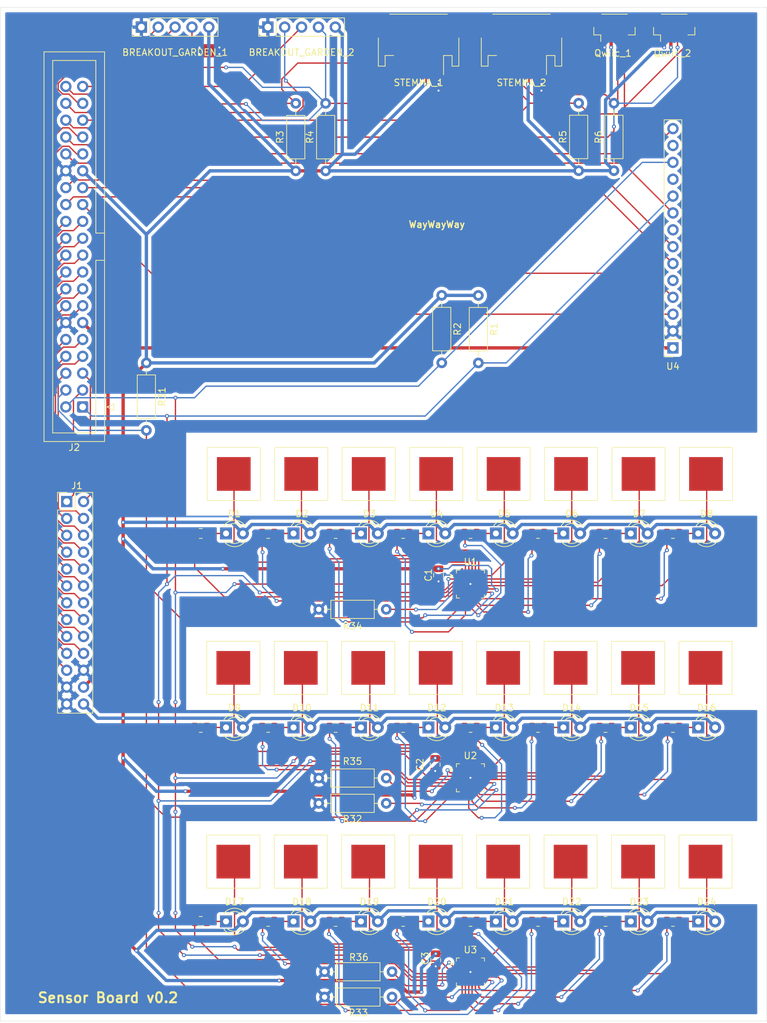
<source format=kicad_pcb>
(kicad_pcb (version 20241229) (generator "pcbnew") (generator_version "9.0")
  (title_block (date "2025-12-13"))
  (layers (0 "F.Cu" signal) (2 "B.Cu" signal) (13 "F.Paste" user) (15 "B.Paste" user) (5 "F.SilkS" user "F.Silkscreen") (7 "B.SilkS" user "B.Silkscreen") (1 "F.Mask" user) (3 "B.Mask" user) (25 "Edge.Cuts" user))
  (net 0 "")
  (net 1 "GPIO3 (Y17) (W9)")
  (net 2 "+3.3V")
  (net 3 "GPIO5 (Y16) (W8)")
  (net 4 "GPIO4 (AC21) (V8)")
  (net 5 "GND")
  (net 6 "GPIO34 (AH23) (AB2)")
  (net 7 "GPIO32 (AF20) (AB3)")
  (net 8 "GPIO24 (AH25) (AA8)")
  (net 9 "GPIO28 (AH22) (AA6)")
  (net 10 "GPIO9 (AE15) (V5)")
  (net 11 "GPIO16 (AF25) (AB12)")
  (net 12 "GPIO18 (AE22) (AB11)")
  (net 13 "+5V")
  (net 14 "GPIO35 (AG26) (AA2)")
  (net 15 "GPIO12 (AD19) (AA14)")
  (net 16 "GPIO7 (AE16) (W7)")
  (net 17 "GPIO23 (AD25) (Y8)")
  (net 18 "GPIO10 (AC19) (W5)")
  (net 19 "GPIO26 (AG22) (AA7)")
  (net 20 "GPIO20 (AF22) (AB10)")
  (net 21 "GPIO27 (AE24) (Y6)")
  (net 22 "GPIO31 (AG23) (Y4)")
  (net 23 "GPIO1 (AC15) (W10)")
  (net 24 "GPIO2 (AB21) (V9)")
  (net 25 "GPIO11 (AF16) (AA15)")
  (net 26 "GPIO25 (AE25) (Y7)")
  (net 27 "GPIO17 (AC22) (Y11)")
  (net 28 "GPIO30 (AE20) (AA5)")
  (net 29 "GPIO15 (AE21) (AB13)")
  (net 30 "GPIO22 (AG25) (AA9)")
  (net 31 "GPIO29 (AF26) (Y5)")
  (net 32 "GPIO6 (AD21) (V7)")
  (net 33 "GPIO21 (AD22) (AA10)")
  (net 34 "GPIO8 (AD15) (W6)")
  (net 35 "GPIO13 (AF15) (W13)")
  (net 36 "GPIO0 (AB22) (V10)")
  (net 37 "GPIO14 (AF24) (W12)")
  (net 38 "GPIO19 (AF21) (W11)")
  (net 39 "GPIO33 (AH26) (Y3)")
  (net 40 "Net-(U3-ADDR_COMM)")
  (net 41 "Net-(U1-WAKE{slash}SPI_MOSI)")
  (net 42 "Net-(U2-WAKE{slash}SPI_MOSI)")
  (net 43 "Net-(U3-WAKE{slash}SPI_MOSI)")
  (net 44 "Net-(U2-ADDR_COMM)")
  (net 45 "/3xCAP1188/LED1.3")
  (net 46 "/3xCAP1188/LED1.4")
  (net 47 "/3xCAP1188/LED1.2")
  (net 48 "/3xCAP1188/LED1.7")
  (net 49 "/3xCAP1188/CS1.5")
  (net 50 "/3xCAP1188/CS1.6")
  (net 51 "/3xCAP1188/CS1.8")
  (net 52 "/3xCAP1188/CS1.4")
  (net 53 "/3xCAP1188/CS1.2")
  (net 54 "/3xCAP1188/CS1.3")
  (net 55 "/3xCAP1188/LED1.5")
  (net 56 "/3xCAP1188/LED1.6")
  (net 57 "/3xCAP1188/LED1.8")
  (net 58 "/3xCAP1188/LED1.1")
  (net 59 "/3xCAP1188/CS1.7")
  (net 60 "/3xCAP1188/CS1.1")
  (net 61 "/3xCAP1188/CS2.3")
  (net 62 "/3xCAP1188/CS2.5")
  (net 63 "/3xCAP1188/CS2.8")
  (net 64 "/3xCAP1188/LED2.1")
  (net 65 "/3xCAP1188/LED2.5")
  (net 66 "/3xCAP1188/CS2.1")
  (net 67 "/3xCAP1188/LED2.6")
  (net 68 "/3xCAP1188/LED2.4")
  (net 69 "/3xCAP1188/CS2.2")
  (net 70 "/3xCAP1188/CS2.7")
  (net 71 "/3xCAP1188/LED2.7")
  (net 72 "/3xCAP1188/CS2.4")
  (net 73 "/3xCAP1188/CS2.6")
  (net 74 "/3xCAP1188/LED2.2")
  (net 75 "/3xCAP1188/LED2.8")
  (net 76 "/3xCAP1188/LED2.3")
  (net 77 "/3xCAP1188/LED3.1")
  (net 78 "/3xCAP1188/LED3.5")
  (net 79 "/3xCAP1188/CS3.6")
  (net 80 "/3xCAP1188/CS3.3")
  (net 81 "/3xCAP1188/LED3.6")
  (net 82 "/3xCAP1188/CS3.8")
  (net 83 "/3xCAP1188/CS3.4")
  (net 84 "/3xCAP1188/LED3.8")
  (net 85 "/3xCAP1188/LED3.7")
  (net 86 "/3xCAP1188/CS3.1")
  (net 87 "/3xCAP1188/CS3.5")
  (net 88 "/3xCAP1188/LED3.3")
  (net 89 "/3xCAP1188/LED3.2")
  (net 90 "/3xCAP1188/LED3.4")
  (net 91 "/3xCAP1188/CS3.7")
  (net 92 "/3xCAP1188/CS3.2")
  (net 93 "Net-(D1-K)")
  (net 94 "Net-(D2-K)")
  (net 95 "Net-(D3-K)")
  (net 96 "Net-(D4-K)")
  (net 97 "Net-(D5-K)")
  (net 98 "Net-(D6-K)")
  (net 99 "Net-(D7-K)")
  (net 100 "Net-(D8-K)")
  (net 101 "Net-(D9-K)")
  (net 102 "Net-(D10-K)")
  (net 103 "Net-(D11-K)")
  (net 104 "Net-(D12-K)")
  (net 105 "Net-(D13-K)")
  (net 106 "Net-(D14-K)")
  (net 107 "Net-(D15-K)")
  (net 108 "Net-(D16-K)")
  (net 109 "Net-(D17-K)")
  (net 110 "Net-(D18-K)")
  (net 111 "Net-(D19-K)")
  (net 112 "Net-(D20-K)")
  (net 113 "Net-(D21-K)")
  (net 114 "Net-(D22-K)")
  (net 115 "Net-(D23-K)")
  (net 116 "Net-(D24-K)")
  (net 118 "/LCD 240X320/LCD_RS")
  (net 120 "/LCD 240X320/CTP_INT")
  (footprint "LED_THT:LED_D3.0mm" (layer "F.Cu") (at 124.46 135.89)
    (property "Reference" "D15")
    (property "Value" "LED")
  )
  (footprint "LED_THT:LED_D3.0mm" (layer "F.Cu") (at 104.14 135.89)
    (property "Reference" "D13")
    (property "Value" "LED")
  )
  (footprint "Capacitor_SMD:C_0805_2012Metric" (layer "F.Cu") (at 95 141.5 -90)
    (property "Reference" "C2")
    (property "Value" "0.1uF")
  )
  (footprint "ALDL_Custom_Footprints:Cap_pad" (layer "F.Cu") (at 64.096007 126.919492 90)
    (property "Reference" "Cap_pad9" (hide yes))
    (property "Value" "~" (hide yes))
  )
  (footprint "LED_THT:LED_D3.0mm" (layer "F.Cu") (at 134.62 165.1)
    (property "Reference" "D24")
    (property "Value" "LED")
  )
  (footprint "LED_THT:LED_D3.0mm" (layer "F.Cu") (at 83.82 106.68)
    (property "Reference" "D3")
    (property "Value" "LED")
  )
  (footprint "Capacitor_SMD:C_0805_2012Metric" (layer "F.Cu") (at 95.5 112.95 -90)
    (property "Reference" "C1")
    (property "Value" "0.1uF")
  )
  (footprint "Connector_PinHeader_2.54mm:PinHeader_2x13_P2.54mm_Vertical" (layer "F.Cu") (at 39.5 101.88)
    (property "Reference" "J1")
    (property "Value" "Conn_02x13_Odd_Even")
  )
  (footprint "LED_THT:LED_D3.0mm" (layer "F.Cu") (at 134.62 106.68)
    (property "Reference" "D8")
    (property "Value" "LED")
  )
  (footprint "Package_DFN_QFN:QFN-24-1EP_4x4mm_P0.5mm_EP2.7x2.6mm" (layer "F.Cu") (at 100.306699 114.290371)
    (property "Reference" "U1")
    (property "Value" "CAP1188-1-CP-TR")
  )
  (footprint "Resistor_SMD:R_0805_2012Metric" (layer "F.Cu") (at 69.85 165.1 180)
    (property "Reference" "R12" (hide yes))
    (property "Value" "2.2k")
  )
  (footprint "Resistor_SMD:R_0805_2012Metric" (layer "F.Cu") (at 120.65 106.68 180)
    (property "Reference" "R23" (hide yes))
    (property "Value" "2.2k")
  )
  (footprint "Resistor_SMD:R_0805_2012Metric" (layer "F.Cu") (at 110.49 106.68 180)
    (property "Reference" "R24" (hide yes))
    (property "Value" "2.2k")
  )
  (footprint "LED_THT:LED_D3.0mm" (layer "F.Cu") (at 83.82 135.89)
    (property "Reference" "D11")
    (property "Value" "LED")
  )
  (footprint "Resistor_SMD:R_0805_2012Metric" (layer "F.Cu") (at 120.65 165.1 180)
    (property "Reference" "R7" (hide yes))
    (property "Value" "2.2k")
  )
  (footprint "LED_THT:LED_D3.0mm" (layer "F.Cu") (at 134.62 135.89)
    (property "Reference" "D16")
    (property "Value" "LED")
  )
  (footprint "Connector_JST:JST_PH_S4B-PH-SM4-TB_1x04-1MP_P2.00mm_Horizontal" (layer "F.Cu") (at 108 33 180)
    (property "Reference" "STEMMA_2")
    (property "Value" "~")
  )
  (footprint "ALDL_Custom_Footprints:Cap_pad" (layer "F.Cu") (at 94.576007 156.09579 90)
    (property "Reference" "Cap_pad20" (hide yes))
    (property "Value" "~" (hide yes))
  )
  (footprint "Connector_PinHeader_2.54mm:PinHeader_1x05_P2.54mm_Vertical" (layer "F.Cu") (at 50.74626 30.43255 90)
    (property "Reference" "BREAKOUT_GARDEN_1")
    (property "Value" "~")
  )
  (footprint "Resistor_THT:R_Axial_DIN0207_L6.3mm_D2.5mm_P10.16mm_Horizontal" (layer "F.Cu") (at 88.50284 176.485623 180)
    (property "Reference" "R33")
    (property "Value" "120k")
  )
  (footprint "Connector_IDC:IDC-Header_2x20_P2.54mm_Vertical" (layer "F.Cu") (at 41.91 87.63 180)
    (property "Reference" "J2")
    (property "Value" "Conn_02x20_Odd_Even")
  )
  (footprint "ALDL_Custom_Footprints:Cap_pad" (layer "F.Cu") (at 94.64341 97.719121 90)
    (property "Reference" "Cap_pad4" (hide yes))
    (property "Value" "~" (hide yes))
  )
  (footprint "LED_THT:LED_D3.0mm" (layer "F.Cu") (at 93.98 106.68)
    (property "Reference" "D4")
    (property "Value" "LED")
  )
  (footprint "ALDL_Custom_Footprints:Cap_pad" (layer "F.Cu") (at 104.80341 97.719121 90)
    (property "Reference" "Cap_pad5" (hide yes))
    (property "Value" "~" (hide yes))
  )
  (footprint "Connector_JST:JST_PH_S4B-PH-SM4-TB_1x04-1MP_P2.00mm_Horizontal" (layer "F.Cu") (at 92.5 33 180)
    (property "Reference" "STEMMA_1")
    (property "Value" "~")
  )
  (footprint "Resistor_SMD:R_0805_2012Metric" (layer "F.Cu") (at 80.01 165.1 180)
    (property "Reference" "R11" (hide yes))
    (property "Value" "2.2k")
  )
  (footprint "Resistor_THT:R_Axial_DIN0207_L6.3mm_D2.5mm_P10.16mm_Horizontal" (layer "F.Cu") (at 87.63 118.11 180)
    (property "Reference" "R34")
    (property "Value" "2.2k")
  )
  (footprint "Resistor_SMD:R_0805_2012Metric" (layer "F.Cu") (at 100.33 165.1 180)
    (property "Reference" "R9" (hide yes))
    (property "Value" "2.2k")
  )
  (footprint "LED_THT:LED_D3.0mm" (layer "F.Cu") (at 83.82 165.1)
    (property "Reference" "D19")
    (property "Value" "LED")
  )
  (footprint "ALDL_Custom_Footprints:Cap_pad" (layer "F.Cu") (at 125.056007 156.09579 90)
    (property "Reference" "Cap_pad23" (hide yes))
    (property "Value" "~" (hide yes))
  )
  (footprint "LED_THT:LED_D3.0mm" (layer "F.Cu") (at 114.3 135.89)
    (property "Reference" "D14")
    (property "Value" "LED")
  )
  (footprint "LED_THT:LED_D3.0mm" (layer "F.Cu") (at 73.66 165.1)
    (property "Reference" "D18")
    (property "Value" "LED")
  )
  (footprint "Resistor_SMD:R_0805_2012Metric" (layer "F.Cu") (at 80.01 106.68 180)
    (property "Reference" "R27" (hide yes))
    (property "Value" "2.2k")
  )
  (footprint "Resistor_SMD:R_0805_2012Metric" (layer "F.Cu") (at 90.17 106.68 180)
    (property "Reference" "R26" (hide yes))
    (property "Value" "2.2k")
  )
  (footprint "Resistor_THT:R_Axial_DIN0207_L6.3mm_D2.5mm_P10.16mm_Horizontal" (layer "F.Cu") (at 116.605064 52.050725 90)
    (property "Reference" "R5")
    (property "Value" "2.2k")
  )
  (footprint "Connector_JST:JST_SH_BM04B-SRSS-TB_1x04-1MP_P1.00mm_Vertical" (layer "F.Cu") (at 131 30.5)
    (property "Reference" "Qwiic_2")
    (property "Value" "~")
  )
  (footprint "Resistor_THT:R_Axial_DIN0207_L6.3mm_D2.5mm_P10.16mm_Horizontal" (layer "F.Cu") (at 121.92 52.050725 90)
    (property "Reference" "R6")
    (property "Value" "2.2k")
  )
  (footprint "Resistor_THT:R_Axial_DIN0207_L6.3mm_D2.5mm_P10.16mm_Horizontal" (layer "F.Cu") (at 87.63 147.32 180)
    (property "Reference" "R32")
    (property "Value" "150k")
  )
  (footprint "Resistor_THT:R_Axial_DIN0207_L6.3mm_D2.5mm_P10.16mm_Horizontal" (layer "F.Cu") (at 95.985669 70.825935 -90)
    (property "Reference" "R2")
    (property "Value" "2.2k")
  )
  (footprint "LED_THT:LED_D3.0mm" (layer "F.Cu") (at 114.3 106.68)
    (property "Reference" "D6")
    (property "Value" "LED")
  )
  (footprint "ALDL_Custom_Footprints:Cap_pad" (layer "F.Cu") (at 114.96341 97.719121 90)
    (property "Reference" "Cap_pad6" (hide yes))
    (property "Value" "~" (hide yes))
  )
  (footprint "Resistor_THT:R_Axial_DIN0207_L6.3mm_D2.5mm_P10.16mm_Horizontal" (layer "F.Cu") (at 51.5 81 -90)
    (property "Reference" "R31")
    (property "Value" "10k")
  )
  (footprint "Resistor_SMD:R_0805_2012Metric" (layer "F.Cu") (at 69.85 135.89 180)
    (property "Reference" "R20" (hide yes))
    (property "Value" "2.2k")
  )
  (footprint "LED_THT:LED_D3.0mm" (layer "F.Cu") (at 124.46 106.68)
    (property "Reference" "D7")
    (property "Value" "LED")
  )
  (footprint "LED_THT:LED_D3.0mm" (layer "F.Cu") (at 104.14 165.1)
    (property "Reference" "D21")
    (property "Value" "LED")
  )
  (footprint "Resistor_THT:R_Axial_DIN0207_L6.3mm_D2.5mm_P10.16mm_Horizontal" (layer "F.Cu") (at 78.5 52.08 90)
    (property "Reference" "R4")
    (property "Value" "2.2k")
  )
  (footprint "Resistor_THT:R_Axial_DIN0207_L6.3mm_D2.5mm_P10.16mm_Horizontal" (layer "F.Cu") (at 87.63 143.51 180)
    (property "Reference" "R35")
    (property "Value" "2.2k")
  )
  (footprint "Resistor_SMD:R_0805_2012Metric" (layer "F.Cu") (at 130.81 165.1 180)
    (property "Reference" "R30" (hide yes))
    (property "Value" "2.2k")
  )
  (footprint "Resistor_THT:R_Axial_DIN0207_L6.3mm_D2.5mm_P10.16mm_Horizontal" (layer "F.Cu") (at 74 52.08 90)
    (property "Reference" "R3")
    (property "Value" "2.2k")
  )
  (footprint "Resistor_THT:R_Axial_DIN0207_L6.3mm_D2.5mm_P10.16mm_Horizontal" (layer "F.Cu") (at 88.50284 172.675623 180)
    (property "Reference" "R36")
    (property "Value" "2.2k")
  )
  (footprint "LED_THT:LED_D3.0mm" (layer "F.Cu") (at 63.5 165.1)
    (property "Reference" "D17")
    (property "Value" "LED")
  )
  (footprint "Resistor_SMD:R_0805_2012Metric" (layer "F.Cu") (at 69.85 106.68 180)
    (property "Reference" "R28" (hide yes))
    (property "Value" "2.2k")
  )
  (footprint "ALDL_Custom_Footprints:Cap_pad" (layer "F.Cu") (at 104.736007 156.09579 90)
    (property "Reference" "Cap_pad21" (hide yes))
    (property "Value" "~" (hide yes))
  )
  (footprint "ALDL_Custom_Footprints:Cap_pad" (layer "F.Cu") (at 74.256007 156.09579 90)
    (property "Reference" "Cap_pad18" (hide yes))
    (property "Value" "~" (hide yes))
  )
  (footprint "Resistor_THT:R_Axial_DIN0207_L6.3mm_D2.5mm_P10.16mm_Horizontal" (layer "F.Cu") (at 101.5 70.84 -90)
    (property "Reference" "R1")
    (property "Value" "2.2k")
  )
  (footprint "ALDL_Custom_Footprints:Cap_pad" (layer "F.Cu") (at 94.576007 126.919492 90)
    (property "Reference" "Cap_pad12" (hide yes))
    (property "Value" "~" (hide yes))
  )
  (footprint "LED_THT:LED_D3.0mm" (layer "F.Cu") (at 104.14 106.68)
    (property "Reference" "D5")
    (property "Value" "LED")
  )
  (footprint "Resistor_SMD:R_0805_2012Metric" (layer "F.Cu") (at 110.49 135.89 180)
    (property "Reference" "R16" (hide yes))
    (property "Value" "2.2k")
  )
  (footprint "Connector_PinSocket_2.54mm:PinSocket_1x14_P2.54mm_Vertical" (layer "F.Cu") (at 130.81 78.74 180)
    (property "Reference" "U4")
    (property "Value" "LCD")
  )
  (footprint "LED_THT:LED_D3.0mm" (layer "F.Cu") (at 124.46 165.1)
    (property "Reference" "D23")
    (property "Value" "LED")
  )
  (footprint "ALDL_Custom_Footprints:Cap_pad" (layer "F.Cu") (at 104.736007 126.919492 90)
    (property "Reference" "Cap_pad13" (hide yes))
    (property "Value" "~" (hide yes))
  )
  (footprint "Capacitor_SMD:C_0805_2012Metric" (layer "F.Cu") (at 95.080161 170.918744 -90)
    (property "Reference" "C3")
    (property "Value" "0.1uF")
  )
  (footprint "Package_DFN_QFN:QFN-24-1EP_4x4mm_P0.5mm_EP2.7x2.6mm" (layer "F.Cu") (at 100.306699 143.473983)
    (property "Reference" "U2")
    (property "Value" "CAP1188-1-CP-TR")
  )
  (footprint "LED_THT:LED_D3.0mm" (layer "F.Cu") (at 73.66 135.89)
    (property "Reference" "D10")
    (property "Value" "LED")
  )
  (footprint "ALDL_Custom_Footprints:Cap_pad" (layer "F.Cu") (at 125.056007 126.919492 90)
    (property "Reference" "Cap_pad15" (hide yes))
    (property "Value" "~" (hide yes))
  )
  (footprint "Resistor_SMD:R_0805_2012Metric" (layer "F.Cu") (at 90.17 165.1 180)
    (property "Reference" "R10" (hide yes))
    (property "Value" "2.2k")
  )
  (footprint "ALDL_Custom_Footprints:Cap_pad" (layer "F.Cu") (at 135.28341 97.719121 90)
    (property "Reference" "Cap_pad8" (hide yes))
    (property "Value" "~" (hide yes))
  )
  (footprint "LED_THT:LED_D3.0mm" (layer "F.Cu") (at 63.5 135.89)
    (property "Reference" "D9")
    (property "Value" "LED")
  )
  (footprint "Resistor_SMD:R_0805_2012Metric" (layer "F.Cu") (at 80.01 135.89 180)
    (property "Reference" "R19" (hide yes))
    (property "Value" "2.2k" (hide yes))
  )
  (footprint "ALDL_Custom_Footprints:Cap_pad" (layer "F.Cu") (at 74.32341 97.719121 90)
    (property "Reference" "Cap_pad2" (hide yes))
    (property "Value" "~" (hide yes))
  )
  (footprint "Connector_PinHeader_2.54mm:PinHeader_1x05_P2.54mm_Vertical" (layer "F.Cu") (at 69.79626 30.43255 90)
    (property "Reference" "BREAKOUT_GARDEN_2")
    (property "Value" "~")
  )
  (footprint "LED_THT:LED_D3.0mm" (layer "F.Cu") (at 114.3 165.1)
    (property "Reference" "D22")
    (property "Value" "LED")
  )
  (footprint "ALDL_Custom_Footprints:Cap_pad" (layer "F.Cu") (at 135.216007 156.09579 90)
    (property "Reference" "Cap_pad24" (hide yes))
    (property "Value" "~" (hide yes))
  )
  (footprint "ALDL_Custom_Footprints:Cap_pad" (layer "F.Cu") (at 84.416007 126.919492 90)
    (property "Reference" "Cap_pad11" (hide yes))
    (property "Value" "~" (hide yes))
  )
  (footprint "ALDL_Custom_Footprints:Cap_pad" (layer "F.Cu") (at 135.216007 126.919492 90)
    (property "Reference" "Cap_pad16" (hide yes))
    (property "Value" "~" (hide yes))
  )
  (footprint "Resistor_SMD:R_0805_2012Metric" (layer "F.Cu") (at 110.49 165.1 180)
    (property "Reference" "R8" (hide yes))
    (property "Value" "2.2k")
  )
  (footprint "ALDL_Custom_Footprints:Cap_pad" (layer "F.Cu") (at 125.12341 97.719121 90)
    (property "Reference" "Cap_pad7" (hide yes))
    (property "Value" "~" (hide yes))
  )
  (footprint "LED_THT:LED_D3.0mm" (layer "F.Cu") (at 63.5 106.68)
    (property "Reference" "D1")
    (property "Value" "LED")
  )
  (footprint "ALDL_Custom_Footprints:Cap_pad" (layer "F.Cu") (at 64.16341 97.719121 90)
    (property "Reference" "Cap_pad1" (hide yes))
    (property "Value" "~" (hide yes))
  )
  (footprint "Resistor_SMD:R_0805_2012Metric" (layer "F.Cu") (at 130.81 135.89 180)
    (property "Reference" "R14" (hide yes))
    (property "Value" "2.2k")
  )
  (footprint "ALDL_Custom_Footprints:Cap_pad" (layer "F.Cu") (at 84.416007 156.09579 90)
    (property "Reference" "Cap_pad19" (hide yes))
    (property "Value" "~" (hide yes))
  )
  (footprint "Connector_JST:JST_SH_BM04B-SRSS-TB_1x04-1MP_P1.00mm_Vertical" (layer "F.Cu") (at 122 30.5)
    (property "Reference" "Qwiic_1")
    (property "Value" "~")
  )
  (footprint "Resistor_SMD:R_0805_2012Metric" (layer "F.Cu") (at 90.17 135.89 180)
    (property "Reference" "R18" (hide yes))
    (property "Value" "2.2k")
  )
  (footprint "Resistor_SMD:R_0805_2012Metric" (layer "F.Cu") (at 59.69 165.1 180)
    (property "Reference" "R13" (hide yes))
    (property "Value" "2.2k")
  )
  (footprint "Resistor_SMD:R_0805_2012Metric" (layer "F.Cu") (at 59.69 106.68 180)
    (property "Reference" "R29" (hide yes))
    (property "Value" "2.2k")
  )
  (footprint "Resistor_SMD:R_0805_2012Metric" (layer "F.Cu") (at 120.65 135.89 180)
    (property "Reference" "R15" (hide yes))
    (property "Value" "2.2k")
  )
  (footprint "ALDL_Custom_Footprints:Cap_pad" (layer "F.Cu") (at 84.48341 97.719121 90)
    (property "Reference" "Cap_pad3" (hide yes))
    (property "Value" "~" (hide yes))
  )
  (footprint "LED_THT:LED_D3.0mm" (layer "F.Cu") (at 93.98 165.1)
    (property "Reference" "D20")
    (property "Value" "LED")
  )
  (footprint "ALDL_Custom_Footprints:Cap_pad" (layer "F.Cu") (at 114.896007 126.919492 90)
    (property "Reference" "Cap_pad14" (hide yes))
    (property "Value" "~" (hide yes))
  )
  (footprint "ALDL_Custom_Footprints:Cap_pad" (layer "F.Cu") (at 74.256007 126.919492 90)
    (property "Reference" "Cap_pad10" (hide yes))
    (property "Value" "~" (hide yes))
  )
  (footprint "LED_THT:LED_D3.0mm" (layer "F.Cu") (at 93.98 135.89)
    (property "Reference" "D12")
    (property "Value" "LED")
  )
  (footprint "Resistor_SMD:R_0805_2012Metric" (layer "F.Cu") (at 100.33 106.68 180)
    (property "Reference" "R25" (hide yes))
    (property "Value" "2.2k")
  )
  (footprint "Resistor_SMD:R_0805_2012Metric" (layer "F.Cu") (at 59.69 135.89 180)
    (property "Reference" "R21" (hide yes))
    (property "Value" "2.2k")
  )
  (footprint "LED_THT:LED_D3.0mm" (layer "F.Cu") (at 73.66 106.68)
    (property "Reference" "D2")
    (property "Value" "LED")
  )
  (footprint "Resistor_SMD:R_0805_2012Metric" (layer "F.Cu") (at 130.81 106.68 180)
    (property "Reference" "R22" (hide yes))
    (property "Value" "2.2k")
  )
  (footprint "Resistor_SMD:R_0805_2012Metric" (layer "F.Cu") (at 100.33 135.89 180)
    (property "Reference" "R17" (hide yes))
    (property "Value" "2.2k")
  )
  (footprint "Package_DFN_QFN:QFN-24-1EP_4x4mm_P0.5mm_EP2.7x2.6mm" (layer "F.Cu") (at 100.306699 172.713825)
    (property "Reference" "U3")
    (property "Value" "CAP1188-1-CP-TR")
  )
  (footprint "ALDL_Custom_Footprints:Cap_pad" (layer "F.Cu") (at 64.096007 156.09579 90)
    (property "Reference" "Cap_pad17" (hide yes))
    (property "Value" "~" (hide yes))
  )
  (footprint "ALDL_Custom_Footprints:Cap_pad" (layer "F.Cu") (at 114.896007 156.09579 90)
    (property "Reference" "Cap_pad22" (hide yes))
    (property "Value" "~" (hide yes))
  )
  (gr_rect (start 29.48 27.44) (end 144.95 180.1) (stroke (width 0.05)) (fill no) (layer "Edge.Cuts"))
  (gr_text "Sensor Board v0.2\n\n" (at 45.72 177.8 0) (layer "F.SilkS") (effects (font (size 1.5 1.5) (thickness 0.3))))
  (gr_text "WayWayWay\n\n" (at 95.25 60.96 0) (layer "F.SilkS") (effects (font (size 1 1) (thickness 0.2))))
  (segment (start 93.101 119.399) (end 56.599 119.399) (width 0.2) (layer "F.Cu") (net 1))
  (segment (start 54.399 149.399) (end 91.175309 149.399) (width 0.2) (layer "F.Cu") (net 1))
  (segment (start 60.086623 177.586623) (end 51.5 169) (width 0.2) (layer "F.Cu") (net 1))
  (segment (start 91.175309 149.399) (end 92.263827 148.310482) (width 0.2) (layer "F.Cu") (net 1))
  (segment (start 51.5 114.3) (end 51.5 109.5) (width 0.2) (layer "F.Cu") (net 1))
  (segment (start 102.281699 115.540371) (end 103.371603 115.540371) (width 0.2) (layer "F.Cu") (net 1))
  (segment (start 103.30557 173.963825) (end 103.603049 174.261304) (width 0.2) (layer "F.Cu") (net 1))
  (segment (start 102.865472 145.307756) (end 104.210418 145.307756) (width 0.2) (layer "F.Cu") (net 1))
  (segment (start 102.281699 144.723983) (end 102.865472 145.307756) (width 0.2) (layer "F.Cu") (net 1))
  (segment (start 51.5 105.0671) (end 51.5 109.5) (width 0.2) (layer "F.Cu") (net 1))
  (segment (start 51.5 169) (end 51.5 146.5) (width 0.2) (layer "F.Cu") (net 1))
  (segment (start 103.371603 115.540371) (end 103.574527 115.743295) (width 0.2) (layer "F.Cu") (net 1))
  (segment (start 56.599 119.399) (end 51.5 114.3) (width 0.2) (layer "F.Cu") (net 1))
  (segment (start 93.5 119) (end 93.101 119.399) (width 0.2) (layer "F.Cu") (net 1))
  (segment (start 97.509059 176.509059) (end 90.036454 176.509059) (width 0.2) (layer "F.Cu") (net 1))
  (segment (start 51.5 146.5) (end 51.5 114.3) (width 0.2) (layer "F.Cu") (net 1))
  (segment (start 102.281699 173.963825) (end 103.30557 173.963825) (width 0.2) (layer "F.Cu") (net 1))
  (segment (start 51.5 146.5) (end 54.399 149.399) (width 0.2) (layer "F.Cu") (net 1))
  (segment (start 51.5 91.16) (end 51.5 105.0671) (width 0.2) (layer "F.Cu") (net 1))
  (segment (start 88.95889 177.586623) (end 60.086623 177.586623) (width 0.2) (layer "F.Cu") (net 1))
  (segment (start 90.036454 176.509059) (end 88.95889 177.586623) (width 0.2) (layer "F.Cu") (net 1))
  (via (at 103.603049 174.261304) (size 0.6) (drill 0.3) (layers "F.Cu" "B.Cu") (net 1))
  (via (at 97.509059 176.509059) (size 0.6) (drill 0.3) (layers "F.Cu" "B.Cu") (net 1))
  (via (at 92.263827 148.310482) (size 0.6) (drill 0.3) (layers "F.Cu" "B.Cu") (net 1))
  (via (at 103.574527 115.743295) (size 0.6) (drill 0.3) (layers "F.Cu" "B.Cu") (net 1))
  (via (at 104.210418 145.307756) (size 0.6) (drill 0.3) (layers "F.Cu" "B.Cu") (net 1))
  (via (at 93.5 119) (size 0.6) (drill 0.3) (layers "F.Cu" "B.Cu") (net 1))
  (segment (start 98.633495 175.384623) (end 97.509059 176.509059) (width 0.2) (layer "B.Cu") (net 1))
  (segment (start 93.5 119) (end 100.5 119) (width 0.2) (layer "B.Cu") (net 1))
  (segment (start 39.37 85.09) (end 38.219 86.241) (width 0.2) (layer "B.Cu") (net 1))
  (segment (start 97.509059 176.509059) (end 97.416774 176.601344) (width 0.2) (layer "B.Cu") (net 1))
  (segment (start 102.47973 175.384623) (end 103.603049 174.261304) (width 0.2) (layer "B.Cu") (net 1))
  (segment (start 41.27224 91.16) (end 51.5 91.16) (width 0.2) (layer "B.Cu") (net 1))
  (segment (start 101.207692 148.310482) (end 104.210418 145.307756) (width 0.2) (layer "B.Cu") (net 1))
  (segment (start 92.263827 148.310482) (end 101.207692 148.310482) (width 0.2) (layer "B.Cu") (net 1))
  (segment (start 38.219 86.241) (end 38.219 88.10676) (width 0.2) (layer "B.Cu") (net 1))
  (segment (start 103.574527 115.743295) (end 103.574527 115.925473) (width 0.2) (layer "B.Cu") (net 1))
  (segment (start 103.574527 115.925473) (end 100.5 119) (width 0.2) (layer "B.Cu") (net 1))
  (segment (start 38.219 88.10676) (end 41.27224 91.16) (width 0.2) (layer "B.Cu") (net 1))
  (segment (start 102.47973 175.384623) (end 98.633495 175.384623) (width 0.2) (layer "B.Cu") (net 1))
  (segment (start 90.774719 175.726734) (end 92.928625 175.726734) (width 0.5) (layer "F.Cu") (net 2))
  (segment (start 95 140.5) (end 98.973514 140.5) (width 0.2) (layer "F.Cu") (net 2))
  (segment (start 104.122001 115.040371) (end 104.278393 115.196763) (width 0.2) (layer "F.Cu") (net 2))
  (segment (start 99.556699 141.083185) (end 99.556699 141.498983) (width 0.2) (layer "F.Cu") (net 2))
  (segment (start 97.599 111.401) (end 97 112) (width 0.2) (layer "F.Cu") (net 2))
  (segment (start 99.401 111.401) (end 97.599 111.401) (width 0.2) (layer "F.Cu") (net 2))
  (segment (start 48 107.5) (end 48 140.5) (width 0.5) (layer "F.Cu") (net 2))
  (segment (start 121.5 33.5) (end 121.5 31.825) (width 0.5) (layer "F.Cu") (net 2))
  (segment (start 74 52.08) (end 78.5 52.08) (width 0.5) (layer "F.Cu") (net 2))
  (segment (start 99.556699 170.738825) (end 99.556699 170.323027) (width 0.2) (layer "F.Cu") (net 2))
  (segment (start 63 112) (end 95.5 112) (width 0.5) (layer "F.Cu") (net 2))
  (segment (start 109 39) (end 109 35.85) (width 0.5) (layer "F.Cu") (net 2))
  (segment (start 72.5 145.5) (end 57.372292 145.5) (width 0.5) (layer "F.Cu") (net 2))
  (segment (start 99.556699 170.323027) (end 99.202416 169.968744) (width 0.2) (layer "F.Cu") (net 2))
  (segment (start 71.5 174) (end 89.047985 174) (width 0.5) (layer "F.Cu") (net 2))
  (segment (start 99.202416 169.968744) (end 95.080161 169.968744) (width 0.2) (layer "F.Cu") (net 2))
  (segment (start 48 140.5) (end 48 167.5) (width 0.5) (layer "F.Cu") (net 2))
  (segment (start 91.46937 146.051) (end 91.89668 146.47831) (width 0.5) (layer "F.Cu") (net 2))
  (segment (start 73.051 146.051) (end 91.46937 146.051) (width 0.5) (layer "F.Cu") (net 2))
  (segment (start 98.973514 140.5) (end 99.556699 141.083185) (width 0.2) (layer "F.Cu") (net 2))
  (segment (start 130.5 33.5) (end 130.5 31.825) (width 0.5) (layer "F.Cu") (net 2))
  (segment (start 97 112) (end 95.5 112) (width 0.2) (layer "F.Cu") (net 2))
  (segment (start 48 84.5) (end 48 107.5) (width 0.5) (layer "F.Cu") (net 2))
  (segment (start 99.556699 112.315371) (end 99.556699 111.556699) (width 0.2) (layer "F.Cu") (net 2))
  (segment (start 102.281699 115.040371) (end 104.122001 115.040371) (width 0.2) (layer "F.Cu") (net 2))
  (segment (start 93.5 39) (end 93.5 35.85) (width 0.5) (layer "F.Cu") (net 2))
  (segment (start 89.047985 174) (end 90.774719 175.726734) (width 0.5) (layer "F.Cu") (net 2))
  (segment (start 51.5 81) (end 48 84.5) (width 0.5) (layer "F.Cu") (net 2))
  (segment (start 99.556699 111.556699) (end 99.401 111.401) (width 0.2) (layer "F.Cu") (net 2))
  (segment (start 48 167.5) (end 50 169.5) (width 0.5) (layer "F.Cu") (net 2))
  (segment (start 72.5 145.5) (end 73.051 146.051) (width 0.5) (layer "F.Cu") (net 2))
  (via (at 91.89668 146.47831) (size 0.6) (drill 0.3) (layers "F.Cu" "B.Cu") (net 2))
  (via (at 93.5 39) (size 0.6) (drill 0.3) (layers "F.Cu" "B.Cu") (net 2))
  (via (at 109 39) (size 0.6) (drill 0.3) (layers "F.Cu" "B.Cu") (net 2))
  (via (at 92.928625 175.726734) (size 0.6) (drill 0.3) (layers "F.Cu" "B.Cu") (net 2))
  (via (at 121.5 33.5) (size 0.6) (drill 0.3) (layers "F.Cu" "B.Cu") (net 2))
  (via (at 104.278393 115.196763) (size 0.6) (drill 0.3) (layers "F.Cu" "B.Cu") (net 2))
  (via (at 63 112) (size 0.6) (drill 0.3) (layers "F.Cu" "B.Cu") (net 2))
  (via (at 50 169.5) (size 0.6) (drill 0.3) (layers "F.Cu" "B.Cu") (net 2))
  (via (at 48 140.5) (size 0.6) (drill 0.3) (layers "F.Cu" "B.Cu") (net 2))
  (via (at 71.5 174) (size 0.6) (drill 0.3) (layers "F.Cu" "B.Cu") (net 2))
  (via (at 48 107.5) (size 0.6) (drill 0.3) (layers "F.Cu" "B.Cu") (net 2))
  (via (at 130.5 33.5) (size 0.6) (drill 0.3) (layers "F.Cu" "B.Cu") (net 2))
  (via (at 95 140.5) (size 0.6) (drill 0.3) (layers "F.Cu" "B.Cu") (net 2))
  (via (at 95.080161 169.968744) (size 0.6) (drill 0.3) (layers "F.Cu" "B.Cu") (net 2))
  (via (at 57.372292 145.5) (size 0.6) (drill 0.3) (layers "F.Cu" "B.Cu") (net 2))
  (via (at 48 134.5) (size 0.6) (drill 0.3) (layers "F.Cu" "B.Cu") (net 2))
  (via (at 48 105) (size 0.6) (drill 0.3) (layers "F.Cu" "B.Cu") (net 2))
  (via (at 95.5 112) (size 0.6) (drill 0.3) (layers "F.Cu" "B.Cu") (net 2))
  (segment (start 135.809 105.329) (end 137.16 106.68) (width 0.5) (layer "B.Cu") (net 2))
  (segment (start 121.5 40.5) (end 121.520772 40.520772) (width 0.5) (layer "B.Cu") (net 2))
  (segment (start 85.811604 81) (end 95.985669 70.825935) (width 0.5) (layer "B.Cu") (net 2))
  (segment (start 116.605064 52.050725) (end 109 44.445661) (width 0.5) (layer "B.Cu") (net 2))
  (segment (start 127 165.1) (end 128.351 163.749) (width 0.5) (layer "B.Cu") (net 2))
  (segment (start 78.5 52.08) (end 116.575789 52.08) (width 0.5) (layer "B.Cu") (net 2))
  (segment (start 53.049 166.451) (end 64.77 166.451) (width 0.5) (layer "B.Cu") (net 2))
  (segment (start 48 105) (end 64.36 105) (width 0.5) (layer "B.Cu") (net 2))
  (segment (start 86.36 165.1) (end 87.96 163.5) (width 0.5) (layer "B.Cu") (net 2))
  (segment (start 97.871 163.749) (end 105.329 163.749) (width 0.5) (layer "B.Cu") (net 2))
  (segment (start 105.329 134.539) (end 106.68 135.89) (width 0.5) (layer "B.Cu") (net 2))
  (segment (start 128.351 163.749) (end 135.809 163.749) (width 0.5) (layer "B.Cu") (net 2))
  (segment (start 101.485935 70.825935) (end 101.5 70.84) (width 0.5) (layer "B.Cu") (net 2))
  (segment (start 128.351 134.539) (end 135.809 134.539) (width 0.5) (layer "B.Cu") (net 2))
  (segment (start 125.649 134.539) (end 127 135.89) (width 0.5) (layer "B.Cu") (net 2))
  (segment (start 130.5 34) (end 130.5 33.5) (width 0.5) (layer "B.Cu") (net 2))
  (segment (start 128.351 105.329) (end 135.809 105.329) (width 0.5) (layer "B.Cu") (net 2))
  (segment (start 51.5 61.66) (end 41.91 52.07) (width 0.5) (layer "B.Cu") (net 2))
  (segment (start 51.5 61.66) (end 51.5 81) (width 0.5) (layer "B.Cu") (net 2))
  (segment (start 77.551 134.539) (end 85.009 134.539) (width 0.5) (layer "B.Cu") (net 2))
  (segment (start 64.65 134.5) (end 66.04 135.89) (width 0.5) (layer "B.Cu") (net 2))
  (segment (start 64.36 105) (end 66.04 106.68) (width 0.5) (layer "B.Cu") (net 2))
  (segment (start 77.551 163.749) (end 85.009 163.749) (width 0.5) (layer "B.Cu") (net 2))
  (segment (start 66.04 135.89) (end 67.391 134.539) (width 0.5) (layer "B.Cu") (net 2))
  (segment (start 116.575789 52.08) (end 116.605064 52.050725) (width 0.5) (layer "B.Cu") (net 2))
  (segment (start 48 107.5) (end 52.5 112) (width 0.5) (layer "B.Cu") (net 2))
  (segment (start 44.18 134.5) (end 42.04 132.36) (width 0.5) (layer "B.Cu") (net 2))
  (segment (start 116.84 106.68) (end 118.191 105.329) (width 0.5) (layer "B.Cu") (net 2))
  (segment (start 67.391 134.539) (end 74.849 134.539) (width 0.5) (layer "B.Cu") (net 2))
  (segment (start 48 140.5) (end 53 145.5) (width 0.5) (layer "B.Cu") (net 2))
  (segment (start 94.92 163.5) (end 96.52 165.1) (width 0.5) (layer "B.Cu") (net 2))
  (segment (start 103.5 112) (end 103 111.5) (width 0.2) (layer "B.Cu") (net 2))
  (segment (start 120.669 50.799725) (end 120.669 41.372543) (width 0.5) (layer "B.Cu") (net 2))
  (segment (start 87.96 163.5) (end 94.92 163.5) (width 0.5) (layer "B.Cu") (net 2))
  (segment (start 76.2 135.89) (end 77.551 134.539) (width 0.5) (layer "B.Cu") (net 2))
  (segment (start 87.711 105.329) (end 95.169 105.329) (width 0.5) (layer "B.Cu") (net 2))
  (segment (start 51.5 61.66) (end 61.09 52.07) (width 0.5) (layer "B.Cu") (net 2))
  (segment (start 53 145.5) (end 57.372292 145.5) (width 0.5) (layer "B.Cu") (net 2))
  (segment (start 48 134.5) (end 44.18 134.5) (width 0.5) (layer "B.Cu") (net 2))
  (segment (start 74.849 105.329) (end 76.2 106.68) (width 0.5) (layer "B.Cu") (net 2))
  (segment (start 52.5 112) (end 63 112) (width 0.5) (layer "B.Cu") (net 2))
  (segment (start 135.809 163.749) (end 137.16 165.1) (width 0.5) (layer "B.Cu") (net 2))
  (segment (start 105.329 105.329) (end 106.68 106.68) (width 0.5) (layer "B.Cu") (net 2))
  (segment (start 82.92 49.58) (end 93.5 39) (width 0.5) (layer "B.Cu") (net 2))
  (segment (start 121.5 33.5) (end 121.5 40.5) (width 0.5) (layer "B.Cu") (net 2))
  (segment (start 106.68 165.1) (end 108.031 163.749) (width 0.5) (layer "B.Cu") (net 2))
  (segment (start 81 49.58) (end 82.92 49.58) (width 0.5) (layer "B.Cu") (net 2))
  (segment (start 87.75 134.5) (end 95.13 134.5) (width 0.5) (layer "B.Cu") (net 2))
  (segment (start 67.391 105.329) (end 74.849 105.329) (width 0.5) (layer "B.Cu") (net 2))
  (segment (start 76.2 106.68) (end 77.551 105.329) (width 0.5) (layer "B.Cu") (net 2))
  (segment (start 76.2 165.1) (end 77.551 163.749) (width 0.5) (layer "B.Cu") (net 2))
  (segment (start 116.84 135.89) (end 118.191 134.539) (width 0.5) (layer "B.Cu") (net 2))
  (segment (start 78.5 52.08) (end 81 49.58) (width 0.5) (layer "B.Cu") (net 2))
  (segment (start 122.020772 40.020772) (end 127.790543 34.251) (width 0.5) (layer "B.Cu") (net 2))
  (segment (start 108.07 134.5) (end 115.45 134.5) (width 0.5) (layer "B.Cu") (net 2))
  (segment (start 135.809 134.539) (end 137.16 135.89) (width 0.5) (layer "B.Cu") (net 2))
  (segment (start 66.04 106.68) (end 67.391 105.329) (width 0.5) (layer "B.Cu") (net 2))
  (segment (start 97 112) (end 95.5 112) (width 0.2) (layer "B.Cu") (net 2))
  (segment (start 109 44.445661) (end 109 39) (width 0.5) (layer "B.Cu") (net 2))
  (segment (start 121.92 52.050725) (end 120.669 50.799725) (width 0.5) (layer "B.Cu") (net 2))
  (segment (start 97.871 105.329) (end 105.329 105.329) (width 0.5) (layer "B.Cu") (net 2))
  (segment (start 81 49.58) (end 81 31.47629) (width 0.5) (layer "B.Cu") (net 2))
  (segment (start 116.605064 52.050725) (end 121.92 52.050725) (width 0.5) (layer "B.Cu") (net 2))
  (segment (start 125.4 163.5) (end 127 165.1) (width 0.5) (layer "B.Cu") (net 2))
  (segment (start 97.871 134.539) (end 105.329 134.539) (width 0.5) (layer "B.Cu") (net 2))
  (segment (start 127 106.68) (end 128.351 105.329) (width 0.5) (layer "B.Cu") (net 2))
  (segment (start 61.1 52.08) (end 74 52.08) (width 0.5) (layer "B.Cu") (net 2))
  (segment (start 64.689 166.451) (end 66.04 165.1) (width 0.5) (layer "B.Cu") (net 2))
  (segment (start 50 169.5) (end 53.049 166.451) (width 0.5) (layer "B.Cu") (net 2))
  (segment (start 104.278393 115.196763) (end 103.5 114.41837) (width 0.2) (layer "B.Cu") (net 2))
  (segment (start 95.169 105.329) (end 96.52 106.68) (width 0.5) (layer "B.Cu") (net 2))
  (segment (start 118.191 134.539) (end 125.649 134.539) (width 0.5) (layer "B.Cu") (net 2))
  (segment (start 108.031 163.749) (end 115.489 163.749) (width 0.5) (layer "B.Cu") (net 2))
  (segment (start 106.68 135.89) (end 108.07 134.5) (width 0.5) (layer "B.Cu") (net 2))
  (segment (start 74.849 134.539) (end 76.2 135.89) (width 0.5) (layer "B.Cu") (net 2))
  (segment (start 81 31.47629) (end 79.95626 30.43255) (width 0.5) (layer "B.Cu") (net 2))
  (segment (start 120.669 41.372543) (end 121.520772 40.520772) (width 0.5) (layer "B.Cu") (net 2))
  (segment (start 60.90626 38.98626) (end 60.90626 30.43255) (width 0.5) (layer "B.Cu") (net 2))
  (segment (start 106.68 106.68) (end 108.031 105.329) (width 0.5) (layer "B.Cu") (net 2))
  (segment (start 108.031 105.329) (end 115.489 105.329) (width 0.5) (layer "B.Cu") (net 2))
  (segment (start 67.391 163.749) (end 74.849 163.749) (width 0.5) (layer "B.Cu") (net 2))
  (segment (start 51.5 81) (end 85.811604 81) (width 0.5) (layer "B.Cu") (net 2))
  (segment (start 130.249 34.251) (end 130.5 34) (width 0.5) (layer "B.Cu") (net 2))
  (segment (start 105.329 163.749) (end 106.68 165.1) (width 0.5) (layer "B.Cu") (net 2))
  (segment (start 91.89668 146.47831) (end 91.89668 143.60332) (width 0.5) (layer "B.Cu") (net 2))
  (segment (start 74.849 163.749) (end 76.2 165.1) (width 0.5) (layer "B.Cu") (net 2))
  (segment (start 115.489 105.329) (end 116.84 106.68) (width 0.5) (layer "B.Cu") (net 2))
  (segment (start 50 169.5) (end 54.5 174) (width 0.5) (layer "B.Cu") (net 2))
  (segment (start 91.89668 143.60332) (end 95 140.5) (width 0.5) (layer "B.Cu") (net 2))
  (segment (start 103.5 114.41837) (end 103.5 112) (width 0.2) (layer "B.Cu") (net 2))
  (segment (start 95.985669 70.825935) (end 101.485935 70.825935) (width 0.5) (layer "B.Cu") (net 2))
  (segment (start 95.13 134.5) (end 96.52 135.89) (width 0.5) (layer "B.Cu") (net 2))
  (segment (start 125.649 105.329) (end 127 106.68) (width 0.5) (layer "B.Cu") (net 2))
  (segment (start 85.009 105.329) (end 86.36 106.68) (width 0.5) (layer "B.Cu") (net 2))
  (segment (start 127.790543 34.251) (end 130.249 34.251) (width 0.5) (layer "B.Cu") (net 2))
  (segment (start 118.44 163.5) (end 125.4 163.5) (width 0.5) (layer "B.Cu") (net 2))
  (segment (start 97.5 111.5) (end 97 112) (width 0.2) (layer "B.Cu") (net 2))
  (segment (start 74 52.08) (end 60.90626 38.98626) (width 0.5) (layer "B.Cu") (net 2))
  (segment (start 103 111.5) (end 97.5 111.5) (width 0.2) (layer "B.Cu") (net 2))
  (segment (start 96.52 106.68) (end 97.871 105.329) (width 0.5) (layer "B.Cu") (net 2))
  (segment (start 96.52 165.1) (end 97.871 163.749) (width 0.5) (layer "B.Cu") (net 2))
  (segment (start 85.009 163.749) (end 86.36 165.1) (width 0.5) (layer "B.Cu") (net 2))
  (segment (start 121.520772 40.520772) (end 122.020772 40.020772) (width 0.5) (layer "B.Cu") (net 2))
  (segment (start 92.928625 172.12028) (end 95.080161 169.968744) (width 0.5) (layer "B.Cu") (net 2))
  (segment (start 48 134.5) (end 64.65 134.5) (width 0.5) (layer "B.Cu") (net 2))
  (segment (start 86.36 106.68) (end 87.711 105.329) (width 0.5) (layer "B.Cu") (net 2))
  (segment (start 86.36 135.89) (end 87.75 134.5) (width 0.5) (layer "B.Cu") (net 2))
  (segment (start 96.52 135.89) (end 97.871 134.539) (width 0.5) (layer "B.Cu") (net 2))
  (segment (start 66.04 165.1) (end 67.391 163.749) (width 0.5) (layer "B.Cu") (net 2))
  (segment (start 54.5 174) (end 71.5 174) (width 0.5) (layer "B.Cu") (net 2))
  (segment (start 85.009 134.539) (end 86.36 135.89) (width 0.5) (layer "B.Cu") (net 2))
  (segment (start 92.928625 175.726734) (end 92.928625 172.12028) (width 0.5) (layer "B.Cu") (net 2))
  (segment (start 61.09 52.07) (end 61.1 52.08) (width 0.5) (layer "B.Cu") (net 2))
  (segment (start 115.45 134.5) (end 116.84 135.89) (width 0.5) (layer "B.Cu") (net 2))
  (segment (start 127 135.89) (end 128.351 134.539) (width 0.5) (layer "B.Cu") (net 2))
  (segment (start 115.489 163.749) (end 116.84 165.1) (width 0.5) (layer "B.Cu") (net 2))
  (segment (start 118.191 105.329) (end 125.649 105.329) (width 0.5) (layer "B.Cu") (net 2))
  (segment (start 77.551 105.329) (end 85.009 105.329) (width 0.5) (layer "B.Cu") (net 2))
  (segment (start 116.84 165.1) (end 118.44 163.5) (width 0.5) (layer "B.Cu") (net 2))
  (segment (start 38.587 103.269) (end 38.219 102.901) (width 0.2) (layer "F.Cu") (net 3))
  (segment (start 38.219 102.901) (end 38.219 83.701) (width 0.2) (layer "F.Cu") (net 3))
  (segment (start 42.04 104.42) (end 40.889 103.269) (width 0.2) (layer "F.Cu") (net 3))
  (segment (start 38.219 83.701) (end 39.37 82.55) (width 0.2) (layer "F.Cu") (net 3))
  (segment (start 40.889 103.269) (end 38.587 103.269) (width 0.2) (layer "F.Cu") (net 3))
  (segment (start 43.061 100.859) (end 43.061 83.701) (width 0.2) (layer "F.Cu") (net 4))
  (segment (start 43.061 83.701) (end 41.91 82.55) (width 0.2) (layer "F.Cu") (net 4))
  (segment (start 42.04 101.88) (end 43.061 100.859) (width 0.2) (layer "F.Cu") (net 4))
  (segment (start 99.006699 171.463825) (end 99.206699 171.663825) (width 0.2) (layer "F.Cu") (net 5))
  (segment (start 95.5 35.85) (end 95.5 39) (width 0.5) (layer "F.Cu") (net 5))
  (segment (start 99.056699 142.273983) (end 99.206699 142.423983) (width 0.2) (layer "F.Cu") (net 5))
  (segment (start 99.056699 170.738825) (end 99.056699 171.513825) (width 0.2) (layer "F.Cu") (net 5))
  (segment (start 99.056699 113.090371) (end 99.206699 113.240371) (width 0.2) (layer "F.Cu") (net 5))
  (segment (start 98.331699 171.463825) (end 99.006699 171.463825) (width 0.2) (layer "F.Cu") (net 5))
  (segment (start 99.056699 141.498983) (end 99.056699 142.273983) (width 0.2) (layer "F.Cu") (net 5))
  (segment (start 99.056699 112.315371) (end 99.056699 113.090371) (width 0.2) (layer "F.Cu") (net 5))
  (segment (start 98.331699 142.223983) (end 99.006699 142.223983) (width 0.2) (layer "F.Cu") (net 5))
  (segment (start 95.5 39) (end 95.5 40) (width 0.5) (layer "F.Cu") (net 5))
  (segment (start 99.006699 113.040371) (end 99.206699 113.240371) (width 0.2) (layer "F.Cu") (net 5))
  (segment (start 111 35.85) (end 111 39) (width 0.5) (layer "F.Cu") (net 5))
  (segment (start 99.056699 171.513825) (end 99.206699 171.663825) (width 0.2) (layer "F.Cu") (net 5))
  (segment (start 120.5 31.825) (end 120.5 33.5) (width 0.5) (layer "F.Cu") (net 5))
  (segment (start 111 39) (end 111 40) (width 0.5) (layer "F.Cu") (net 5))
  (segment (start 129.5 31.825) (end 129.5 33.5) (width 0.5) (layer "F.Cu") (net 5))
  (segment (start 98.331699 113.040371) (end 99.006699 113.040371) (width 0.2) (layer "F.Cu") (net 5))
  (segment (start 99.006699 142.223983) (end 99.206699 142.423983) (width 0.2) (layer "F.Cu") (net 5))
  (via (at 95.080161 171.868744) (size 0.6) (drill 0.3) (layers "F.Cu" "B.Cu") (net 5))
  (via (at 59.5 34.5) (size 0.6) (drill 0.3) (layers "F.Cu" "B.Cu") (net 5))
  (via (at 100.306699 143.473983) (size 0.6) (drill 0.3) (layers "F.Cu" "B.Cu") (net 5))
  (via (at 129.5 33.5) (size 0.6) (drill 0.3) (layers "F.Cu" "B.Cu") (net 5))
  (via (at 62.5 34.5) (size 0.6) (drill 0.3) (layers "F.Cu" "B.Cu") (net 5))
  (via (at 95.5 39) (size 0.6) (drill 0.3) (layers "F.Cu" "B.Cu") (net 5))
  (via (at 111 40) (size 0.6) (drill 0.3) (layers "F.Cu" "B.Cu") (net 5))
  (via (at 100.306699 172.713825) (size 0.6) (drill 0.3) (layers "F.Cu" "B.Cu") (net 5))
  (via (at 59.5 33.5) (size 0.6) (drill 0.3) (layers "F.Cu" "B.Cu") (net 5))
  (via (at 95 142.45) (size 0.6) (drill 0.3) (layers "F.Cu" "B.Cu") (net 5))
  (via (at 100.306699 114.290371) (size 0.6) (drill 0.3) (layers "F.Cu" "B.Cu") (net 5))
  (via (at 95.5 40) (size 0.6) (drill 0.3) (layers "F.Cu" "B.Cu") (net 5))
  (via (at 111 39) (size 0.6) (drill 0.3) (layers "F.Cu" "B.Cu") (net 5))
  (via (at 62.5 33.5) (size 0.6) (drill 0.3) (layers "F.Cu" "B.Cu") (net 5))
  (via (at 95.5 113.9) (size 0.6) (drill 0.3) (layers "F.Cu" "B.Cu") (net 5))
  (via (at 120.5 33.5) (size 0.6) (drill 0.3) (layers "F.Cu" "B.Cu") (net 5))
  (segment (start 96.453722 112.946278) (end 98.962606 112.946278) (width 0.2) (layer "B.Cu") (net 5))
  (segment (start 95.5 113.9) (end 96.453722 112.946278) (width 0.2) (layer "B.Cu") (net 5))
  (segment (start 98.962606 112.946278) (end 100.306699 114.290371) (width 0.2) (layer "B.Cu") (net 5))
  (segment (start 74.300057 35.85) (end 89.5 35.85) (width 0.2) (layer "F.Cu") (net 6))
  (segment (start 71.899 38.251057) (end 74.300057 35.85) (width 0.2) (layer "F.Cu") (net 6))
  (segment (start 65.93881 39.37) (end 74.87626 30.43255) (width 0.2) (layer "F.Cu") (net 6))
  (segment (start 68.42 41.92) (end 74 41.92) (width 0.2) (layer "F.Cu") (net 6))
  (segment (start 74 41.92) (end 71.899 39.819) (width 0.2) (layer "F.Cu") (net 6))
  (segment (start 71.899 39.819) (end 71.899 38.251057) (width 0.2) (layer "F.Cu") (net 6))
  (segment (start 65.87 39.37) (end 68.42 41.92) (width 0.2) (layer "F.Cu") (net 6))
  (segment (start 46.88881 39.37) (end 65.87 39.37) (width 0.2) (layer "F.Cu") (net 6))
  (segment (start 41.91 39.37) (end 46.88881 39.37) (width 0.2) (layer "F.Cu") (net 6))
  (segment (start 65.87 39.37) (end 65.93881 39.37) (width 0.2) (layer "F.Cu") (net 6))
  (segment (start 46.88881 39.37) (end 55.82626 30.43255) (width 0.2) (layer "F.Cu") (net 6))
  (segment (start 49.21881 34.5) (end 53.28626 30.43255) (width 0.2) (layer "F.Cu") (net 7))
  (segment (start 38.219 38.89324) (end 42.61224 34.5) (width 0.2) (layer "F.Cu") (net 7))
  (segment (start 39.84676 40.521) (end 38.89324 40.521) (width 0.2) (layer "F.Cu") (net 7))
  (segment (start 41.91 41.91) (end 41.23576 41.91) (width 0.2) (layer "F.Cu") (net 7))
  (segment (start 38.219 39.84676) (end 38.219 38.89324) (width 0.2) (layer "F.Cu") (net 7))
  (segment (start 41.23576 41.91) (end 39.84676 40.521) (width 0.2) (layer "F.Cu") (net 7))
  (segment (start 42.61224 34.5) (end 49.21881 34.5) (width 0.2) (layer "F.Cu") (net 7))
  (segment (start 38.89324 40.521) (end 38.219 39.84676) (width 0.2) (layer "F.Cu") (net 7))
  (segment (start 120.27 55.5) (end 130.81 66.04) (width 0.2) (layer "F.Cu") (net 8))
  (segment (start 41.91 54.61) (end 84.61 54.61) (width 0.2) (layer "F.Cu") (net 8))
  (segment (start 84.61 54.61) (end 85.5 55.5) (width 0.2) (layer "F.Cu") (net 8))
  (segment (start 85.5 55.5) (end 120.27 55.5) (width 0.2) (layer "F.Cu") (net 8))
  (segment (start 39.5 127.28) (end 31.001 118.781) (width 0.2) (layer "F.Cu") (net 9))
  (segment (start 39.84676 45.601) (end 41.23576 46.99) (width 0.2) (layer "F.Cu") (net 9))
  (segment (start 31.001 118.781) (end 31.001 53.49324) (width 0.2) (layer "F.Cu") (net 9))
  (segment (start 31.001 53.49324) (end 38.89324 45.601) (width 0.2) (layer "F.Cu") (net 9))
  (segment (start 38.89324 45.601) (end 39.84676 45.601) (width 0.2) (layer "F.Cu") (net 9))
  (segment (start 41.23576 46.99) (end 41.91 46.99) (width 0.2) (layer "F.Cu") (net 9))
  (segment (start 36.615 105.70276) (end 36.615 80.225) (width 0.2) (layer "F.Cu") (net 10))
  (segment (start 40.651 108.111) (end 39.02324 108.111) (width 0.2) (layer "F.Cu") (net 10))
  (segment (start 39.02324 108.111) (end 36.615 105.70276) (width 0.2) (layer "F.Cu") (net 10))
  (segment (start 36.615 80.225) (end 39.37 77.47) (width 0.2) (layer "F.Cu") (net 10))
  (segment (start 42.04 109.5) (end 40.651 108.111) (width 0.2) (layer "F.Cu") (net 10))
  (segment (start 40.68 66) (end 41.91 64.77) (width 0.2) (layer "F.Cu") (net 11))
  (segment (start 33.808 71.24424) (end 39.05224 66) (width 0.2) (layer "F.Cu") (net 11))
  (segment (start 39.05224 66) (end 40.68 66) (width 0.2) (layer "F.Cu") (net 11))
  (segment (start 33.808 111.428) (end 33.808 71.24424) (width 0.2) (layer "F.Cu") (net 11))
  (segment (start 39.5 117.12) (end 33.808 111.428) (width 0.2) (layer "F.Cu") (net 11))
  (segment (start 33.006 113.166) (end 33.006 69.50624) (width 0.2) (layer "F.Cu") (net 12))
  (segment (start 39.5 119.66) (end 33.006 113.166) (width 0.2) (layer "F.Cu") (net 12))
  (segment (start 40.64 63.5) (end 41.91 62.23) (width 0.2) (layer "F.Cu") (net 12))
  (segment (start 39.01224 63.5) (end 40.64 63.5) (width 0.2) (layer "F.Cu") (net 12))
  (segment (start 33.006 69.50624) (end 39.01224 63.5) (width 0.2) (layer "F.Cu") (net 12))
  (segment (start 45.72 78.74) (end 45.72 126.14) (width 0.5) (layer "F.Cu") (net 13))
  (segment (start 45.72 126.14) (end 42.04 129.82) (width 0.5) (layer "F.Cu") (net 13))
  (segment (start 45.72 78.74) (end 130.81 78.74) (width 0.5) (layer "F.Cu") (net 13))
  (segment (start 41.91 74.93) (end 45.49 78.51) (width 0.5) (layer "F.Cu") (net 13))
  (segment (start 45.49 78.51) (end 45.72 78.74) (width 0.5) (layer "F.Cu") (net 13))
  (segment (start 46 42) (end 66.5 42) (width 0.2) (layer "F.Cu") (net 14))
  (segment (start 63.5 36.5) (end 59.5 36.5) (width 0.2) (layer "F.Cu") (net 14))
  (segment (start 39.37 39.37) (end 40.521 40.521) (width 0.2) (layer "F.Cu") (net 14))
  (segment (start 44.521 40.521) (end 46 42) (width 0.2) (layer "F.Cu") (net 14))
  (segment (start 58.36626 35.36626) (end 58.36626 30.43255) (width 0.2) (layer "F.Cu") (net 14))
  (segment (start 91.5 37.5) (end 91.5 35.85) (width 0.2) (layer "F.Cu") (net 14))
  (segment (start 78.5 41.92) (end 87.08 41.92) (width 0.2) (layer "F.Cu") (net 14))
  (segment (start 40.521 40.521) (end 44.521 40.521) (width 0.2) (layer "F.Cu") (net 14))
  (segment (start 59.5 36.5) (end 58.36626 35.36626) (width 0.2) (layer "F.Cu") (net 14))
  (segment (start 87.08 41.92) (end 91.5 37.5) (width 0.2) (layer "F.Cu") (net 14))
  (via (at 66.5 42) (size 0.6) (drill 0.3) (layers "F.Cu" "B.Cu") (net 14))
  (via (at 63.5 36.5) (size 0.6) (drill 0.3) (layers "F.Cu" "B.Cu") (net 14))
  (segment (start 66 36.5) (end 69 39.5) (width 0.2) (layer "B.Cu") (net 14))
  (segment (start 69 44.5) (end 75.92 44.5) (width 0.2) (layer "B.Cu") (net 14))
  (segment (start 76.08 39.5) (end 78.5 41.92) (width 0.2) (layer "B.Cu") (net 14))
  (segment (start 78.5 31.51629) (end 77.41626 30.43255) (width 0.2) (layer "B.Cu") (net 14))
  (segment (start 63.5 36.5) (end 66 36.5) (width 0.2) (layer "B.Cu") (net 14))
  (segment (start 66.5 42) (end 69 44.5) (width 0.2) (layer "B.Cu") (net 14))
  (segment (start 78.5 41.92) (end 78.5 31.51629) (width 0.2) (layer "B.Cu") (net 14))
  (segment (start 75.92 44.5) (end 78.5 41.92) (width 0.2) (layer "B.Cu") (net 14))
  (segment (start 69 39.5) (end 76.08 39.5) (width 0.2) (layer "B.Cu") (net 14))
  (segment (start 40.521 71.239) (end 41.91 69.85) (width 0.2) (layer "F.Cu") (net 15))
  (segment (start 39.5 112.04) (end 35.412 107.952) (width 0.2) (layer "F.Cu") (net 15))
  (segment (start 35.412 107.952) (end 35.412 74.72024) (width 0.2) (layer "F.Cu") (net 15))
  (segment (start 35.412 74.72024) (end 38.89324 71.239) (width 0.2) (layer "F.Cu") (net 15))
  (segment (start 38.89324 71.239) (end 40.521 71.239) (width 0.2) (layer "F.Cu") (net 15))
  (segment (start 37.417 103.96476) (end 37.417 81.963) (width 0.2) (layer "F.Cu") (net 16))
  (segment (start 42.04 106.96) (end 40.651 105.571) (width 0.2) (layer "F.Cu") (net 16))
  (segment (start 39.02324 105.571) (end 37.417 103.96476) (width 0.2) (layer "F.Cu") (net 16))
  (segment (start 40.651 105.571) (end 39.02324 105.571) (width 0.2) (layer "F.Cu") (net 16))
  (segment (start 37.417 81.963) (end 39.37 80.01) (width 0.2) (layer "F.Cu") (net 16))
  (segment (start 82.5 67.5) (end 127.19 67.5) (width 0.2) (layer "F.Cu") (net 17))
  (segment (start 127.19 67.5) (end 130.81 71.12) (width 0.2) (layer "F.Cu") (net 17))
  (segment (start 40.521 55.999) (end 70.999 55.999) (width 0.2) (layer "F.Cu") (net 17))
  (segment (start 70.999 55.999) (end 82.5 67.5) (width 0.2) (layer "F.Cu") (net 17))
  (segment (start 39.37 57.15) (end 40.521 55.999) (width 0.2) (layer "F.Cu") (net 17))
  (segment (start 36.214 76.45824) (end 38.89324 73.779) (width 0.2) (layer "F.Cu") (net 18))
  (segment (start 36.214 106.214) (end 36.214 76.45824) (width 0.2) (layer "F.Cu") (net 18))
  (segment (start 39.5 109.5) (end 36.214 106.214) (width 0.2) (layer "F.Cu") (net 18))
  (segment (start 40.521 73.779) (end 41.91 72.39) (width 0.2) (layer "F.Cu") (net 18))
  (segment (start 38.89324 73.779) (end 40.521 73.779) (width 0.2) (layer "F.Cu") (net 18))
  (segment (start 39.84676 48.379) (end 40.99776 49.53) (width 0.2) (layer "F.Cu") (net 19))
  (segment (start 40.99776 49.53) (end 41.91 49.53) (width 0.2) (layer "F.Cu") (net 19))
  (segment (start 31.402 116.642) (end 31.402 55.87024) (width 0.2) (layer "F.Cu") (net 19))
  (segment (start 38.89324 48.379) (end 39.84676 48.379) (width 0.2) (layer "F.Cu") (net 19))
  (segment (start 31.402 55.87024) (end 38.89324 48.379) (width 0.2) (layer "F.Cu") (net 19))
  (segment (start 39.5 124.74) (end 31.402 116.642) (width 0.2) (layer "F.Cu") (net 19))
  (segment (start 39.5 122.2) (end 32.204 114.904) (width 0.2) (layer "F.Cu") (net 20))
  (segment (start 40.521 61.079) (end 41.91 59.69) (width 0.2) (layer "F.Cu") (net 20))
  (segment (start 32.204 114.904) (end 32.204 67.76824) (width 0.2) (layer "F.Cu") (net 20))
  (segment (start 32.204 67.76824) (end 38.89324 61.079) (width 0.2) (layer "F.Cu") (net 20))
  (segment (start 38.89324 61.079) (end 40.521 61.079) (width 0.2) (layer "F.Cu") (net 20))
  (segment (start 123.309 50.919) (end 130.81 58.42) (width 0.2) (layer "F.Cu") (net 21))
  (segment (start 39.37 49.53) (end 40.759 50.919) (width 0.2) (layer "F.Cu") (net 21))
  (segment (start 40.759 50.919) (end 123.309 50.919) (width 0.2) (layer "F.Cu") (net 21))
  (segment (start 121.92 45.42) (end 121.92 46.08) (width 0.2) (layer "F.Cu") (net 22))
  (segment (start 40.521 45.601) (end 42.601 45.601) (width 0.2) (layer "F.Cu") (net 22))
  (segment (start 122.5 41.310725) (end 122.5 31.825) (width 0.2) (layer "F.Cu") (net 22))
  (segment (start 121.92 41.890725) (end 122.5 41.310725) (width 0.2) (layer "F.Cu") (net 22))
  (segment (start 109.601 40.601) (end 107 38) (width 0.2) (layer "F.Cu") (net 22))
  (segment (start 107 38) (end 107 35.85) (width 0.2) (layer "F.Cu") (net 22))
  (segment (start 121.92 46.08) (end 121 47) (width 0.2) (layer "F.Cu") (net 22))
  (segment (start 121.92 41.890725) (end 120.630275 40.601) (width 0.2) (layer "F.Cu") (net 22))
  (segment (start 44 47) (end 121 47) (width 0.2) (layer "F.Cu") (net 22))
  (segment (start 120.630275 40.601) (end 109.601 40.601) (width 0.2) (layer "F.Cu") (net 22))
  (segment (start 42.601 45.601) (end 44 47) (width 0.2) (layer "F.Cu") (net 22))
  (segment (start 131.5 33.5) (end 131.5 31.825) (width 0.2) (layer "F.Cu") (net 22))
  (segment (start 39.37 44.45) (end 40.521 45.601) (width 0.2) (layer "F.Cu") (net 22))
  (via (at 121.92 45.42) (size 0.6) (drill 0.3) (layers "F.Cu" "B.Cu") (net 22))
  (via (at 131.5 33.5) (size 0.6) (drill 0.3) (layers "F.Cu" "B.Cu") (net 22))
  (segment (start 121.92 41.890725) (end 127.609275 41.890725) (width 0.2) (layer "B.Cu") (net 22))
  (segment (start 127.609275 41.890725) (end 131 38.5) (width 0.2) (layer "B.Cu") (net 22))
  (segment (start 131 38.5) (end 131.5 38) (width 0.2) (layer "B.Cu") (net 22))
  (segment (start 131.5 38) (end 131.5 33.5) (width 0.2) (layer "B.Cu") (net 22))
  (segment (start 121.92 45.42) (end 121.92 41.890725) (width 0.2) (layer "B.Cu") (net 22))
  (segment (start 55.88 114.3) (end 55.88 115.57) (width 0.2) (layer "F.Cu") (net 23))
  (segment (start 92.71 114.3) (end 64.77 114.3) (width 0.2) (layer "F.Cu") (net 23))
  (segment (start 55.88 110.49) (end 55.88 114.3) (width 0.2) (layer "F.Cu") (net 23))
  (segment (start 96.4897 115.169) (end 93.579 115.169) (width 0.2) (layer "F.Cu") (net 23))
  (segment (start 91.934746 169.404746) (end 93.597744 171.067744) (width 0.2) (layer "F.Cu") (net 23))
  (segment (start 55.88 166.37) (end 58.42 168.91) (width 0.2) (layer "F.Cu") (net 23))
  (segment (start 55.88 86.241) (end 55.88 110.49) (width 0.2) (layer "F.Cu") (net 23))
  (segment (start 95.790321 171.067744) (end 97.186402 172.463825) (width 0.2) (layer "F.Cu") (net 23))
  (segment (start 98.331699 143.223983) (end 98.304682 143.251) (width 0.2) (layer "F.Cu") (net 23))
  (segment (start 93.721 143.251) (end 91.44 140.97) (width 0.2) (layer "F.Cu") (net 23))
  (segment (start 98.331699 114.040371) (end 97.618329 114.040371) (width 0.2) (layer "F.Cu") (net 23))
  (segment (start 64.77 168.91) (end 65.264746 169.404746) (width 0.2) (layer "F.Cu") (net 23))
  (segment (start 90.371 139.901) (end 77.47 139.901) (width 0.2) (layer "F.Cu") (net 23))
  (segment (start 98.304682 143.251) (end 93.721 143.251) (width 0.2) (layer "F.Cu") (net 23))
  (segment (start 65.264746 169.404746) (end 91.934746 169.404746) (width 0.2) (layer "F.Cu") (net 23))
  (segment (start 97.186402 172.463825) (end 98.331699 172.463825) (width 0.2) (layer "F.Cu") (net 23))
  (segment (start 97.618329 114.040371) (end 96.4897 115.169) (width 0.2) (layer "F.Cu") (net 23))
  (segment (start 55.88 132.08) (end 55.88 148.59) (width 0.2) (layer "F.Cu") (net 23))
  (segment (start 93.597744 171.067744) (end 95.790321 171.067744) (width 0.2) (layer "F.Cu") (net 23))
  (segment (start 74.729 139.901) (end 73.66 140.97) (width 0.2) (layer "F.Cu") (net 23))
  (segment (start 77.47 139.901) (end 74.729 139.901) (width 0.2) (layer "F.Cu") (net 23))
  (segment (start 91.44 140.97) (end 90.371 139.901) (width 0.2) (layer "F.Cu") (net 23))
  (segment (start 55.88 163.83) (end 55.88 166.37) (width 0.2) (layer "F.Cu") (net 23))
  (segment (start 93.579 115.169) (end 92.71 114.3) (width 0.2) (layer "F.Cu") (net 23))
  (via (at 55.88 143.51) (size 0.6) (drill 0.3) (layers "F.Cu" "B.Cu") (net 23))
  (via (at 73.66 140.97) (size 0.6) (drill 0.3) (layers "F.Cu" "B.Cu") (net 23))
  (via (at 55.88 115.57) (size 0.6) (drill 0.3) (layers "F.Cu" "B.Cu") (net 23))
  (via (at 55.88 86.241) (size 0.6) (drill 0.3) (layers "F.Cu" "B.Cu") (net 23))
  (via (at 55.88 163.83) (size 0.6) (drill 0.3) (layers "F.Cu" "B.Cu") (net 23))
  (via (at 64.77 114.3) (size 0.6) (drill 0.3) (layers "F.Cu" "B.Cu") (net 23))
  (via (at 55.88 148.59) (size 0.6) (drill 0.3) (layers "F.Cu" "B.Cu") (net 23))
  (via (at 58.42 168.91) (size 0.6) (drill 0.3) (layers "F.Cu" "B.Cu") (net 23))
  (via (at 55.88 132.08) (size 0.6) (drill 0.3) (layers "F.Cu" "B.Cu") (net 23))
  (via (at 64.77 168.91) (size 0.6) (drill 0.3) (layers "F.Cu" "B.Cu") (net 23))
  (segment (start 58.42 168.91) (end 64.77 168.91) (width 0.2) (layer "B.Cu") (net 23))
  (segment (start 73.66 140.97) (end 71.12 143.51) (width 0.2) (layer "B.Cu") (net 23))
  (segment (start 63.5 115.57) (end 64.77 114.3) (width 0.2) (layer "B.Cu") (net 23))
  (segment (start 95.985669 80.985935) (end 125.471604 51.5) (width 0.2) (layer "B.Cu") (net 23))
  (segment (start 125.471604 51.5) (end 125.5 51.5) (width 0.2) (layer "B.Cu") (net 23))
  (segment (start 55.88 115.57) (end 63.5 115.57) (width 0.2) (layer "B.Cu") (net 23))
  (segment (start 71.12 143.51) (end 55.88 143.51) (width 0.2) (layer "B.Cu") (net 23))
  (segment (start 55.88 86.241) (end 58.759 86.241) (width 0.2) (layer "B.Cu") (net 23))
  (segment (start 55.88 115.57) (end 55.88 132.08) (width 0.2) (layer "B.Cu") (net 23))
  (segment (start 60.5 84.5) (end 92.471604 84.5) (width 0.2) (layer "B.Cu") (net 23))
  (segment (start 58.759 86.241) (end 60.5 84.5) (width 0.2) (layer "B.Cu") (net 23))
  (segment (start 125.5 51.5) (end 126.2 50.8) (width 0.2) (layer "B.Cu") (net 23))
  (segment (start 39.37 87.63) (end 40.759 86.241) (width 0.2) (layer "B.Cu") (net 23))
  (segment (start 55.88 148.59) (end 55.88 163.83) (width 0.2) (layer "B.Cu") (net 23))
  (segment (start 126.2 50.8) (end 130.81 50.8) (width 0.2) (layer "B.Cu") (net 23))
  (segment (start 92.471604 84.5) (end 95.985669 80.985935) (width 0.2) (layer "B.Cu") (net 23))
  (segment (start 40.759 86.241) (end 55.88 86.241) (width 0.2) (layer "B.Cu") (net 23))
  (segment (start 40.521 100.859) (end 40.521 86.479) (width 0.2) (layer "F.Cu") (net 24))
  (segment (start 39.5 101.88) (end 40.521 100.859) (width 0.2) (layer "F.Cu") (net 24))
  (segment (start 40.521 86.479) (end 41.91 85.09) (width 0.2) (layer "F.Cu") (net 24))
  (segment (start 40.651 110.651) (end 39.02324 110.651) (width 0.2) (layer "F.Cu") (net 25))
  (segment (start 39.02324 110.651) (end 35.813 107.44076) (width 0.2) (layer "F.Cu") (net 25))
  (segment (start 35.813 107.44076) (end 35.813 75.947) (width 0.2) (layer "F.Cu") (net 25))
  (segment (start 35.813 75.947) (end 39.37 72.39) (width 0.2) (layer "F.Cu") (net 25))
  (segment (start 42.04 112.04) (end 40.651 110.651) (width 0.2) (layer "F.Cu") (net 25))
  (segment (start 40.521 53.459) (end 50.459 53.459) (width 0.2) (layer "F.Cu") (net 26))
  (segment (start 50.5 53.5) (end 120.81 53.5) (width 0.2) (layer "F.Cu") (net 26))
  (segment (start 39.37 54.61) (end 40.521 53.459) (width 0.2) (layer "F.Cu") (net 26))
  (segment (start 120.81 53.5) (end 130.81 63.5) (width 0.2) (layer "F.Cu") (net 26))
  (segment (start 50.459 53.459) (end 50.5 53.5) (width 0.2) (layer "F.Cu") (net 26))
  (segment (start 42.04 119.66) (end 40.651 118.271) (width 0.2) (layer "F.Cu") (net 27))
  (segment (start 33.407 112.65476) (end 33.407 70.733) (width 0.2) (layer "F.Cu") (net 27))
  (segment (start 33.407 70.733) (end 39.37 64.77) (width 0.2) (layer "F.Cu") (net 27))
  (segment (start 39.02324 118.271) (end 33.407 112.65476) (width 0.2) (layer "F.Cu") (net 27))
  (segment (start 40.651 118.271) (end 39.02324 118.271) (width 0.2) (layer "F.Cu") (net 27))
  (segment (start 106.73145 44.45) (end 109.290725 41.890725) (width 0.2) (layer "F.Cu") (net 28))
  (segment (start 105 37.6) (end 105 35.85) (width 0.2) (layer "F.Cu") (net 28))
  (segment (start 132.5 33.5) (end 132.5 31.825) (width 0.2) (layer "F.Cu") (net 28))
  (segment (start 123.5 42.5) (end 132.5 33.5) (width 0.2) (layer "F.Cu") (net 28))
  (segment (start 41.91 44.45) (end 106.73145 44.45) (width 0.2) (layer "F.Cu") (net 28))
  (segment (start 116.605064 41.890725) (end 118.214339 43.5) (width 0.2) (layer "F.Cu") (net 28))
  (segment (start 122.5 43.5) (end 123.5 42.5) (width 0.2) (layer "F.Cu") (net 28))
  (segment (start 109.290725 41.890725) (end 105 37.6) (width 0.2) (layer "F.Cu") (net 28))
  (segment (start 118.214339 43.5) (end 122.5 43.5) (width 0.2) (layer "F.Cu") (net 28))
  (segment (start 116.605064 41.890725) (end 109.290725 41.890725) (width 0.2) (layer "F.Cu") (net 28))
  (segment (start 123.5 42.5) (end 123.5 31.825) (width 0.2) (layer "F.Cu") (net 28))
  (segment (start 34.209 72.471) (end 39.37 67.31) (width 0.2) (layer "F.Cu") (net 29))
  (segment (start 34.209 110.91676) (end 34.209 72.471) (width 0.2) (layer "F.Cu") (net 29))
  (segment (start 42.04 117.12) (end 40.651 115.731) (width 0.2) (layer "F.Cu") (net 29))
  (segment (start 39.02324 115.731) (end 34.209 110.91676) (width 0.2) (layer "F.Cu") (net 29))
  (segment (start 40.651 115.731) (end 39.02324 115.731) (width 0.2) (layer "F.Cu") (net 29))
  (segment (start 41.91 57.15) (end 58.42 73.66) (width 0.2) (layer "F.Cu") (net 30))
  (segment (start 58.42 73.66) (end 130.81 73.66) (width 0.2) (layer "F.Cu") (net 30))
  (segment (start 39.37 46.99) (end 40.521 48.141) (width 0.2) (layer "F.Cu") (net 31))
  (segment (start 40.521 48.141) (end 43.141 48.141) (width 0.2) (layer "F.Cu") (net 31))
  (segment (start 127.03 49.5) (end 130.81 45.72) (width 0.2) (layer "F.Cu") (net 31))
  (segment (start 44.5 49.5) (end 127.03 49.5) (width 0.2) (layer "F.Cu") (net 31))
  (segment (start 43.141 48.141) (end 44.5 49.5) (width 0.2) (layer "F.Cu") (net 31))
  (segment (start 39.1709 104.42) (end 37.818 103.0671) (width 0.2) (layer "F.Cu") (net 32))
  (segment (start 40.759 81.161) (end 41.91 80.01) (width 0.2) (layer "F.Cu") (net 32))
  (segment (start 37.818 103.0671) (end 37.818 82.23624) (width 0.2) (layer "F.Cu") (net 32))
  (segment (start 38.89324 81.161) (end 40.759 81.161) (width 0.2) (layer "F.Cu") (net 32))
  (segment (start 39.5 104.42) (end 39.1709 104.42) (width 0.2) (layer "F.Cu") (net 32))
  (segment (start 37.818 82.23624) (end 38.89324 81.161) (width 0.2) (layer "F.Cu") (net 32))
  (segment (start 40.651 123.351) (end 39.02324 123.351) (width 0.2) (layer "F.Cu") (net 33))
  (segment (start 31.803 116.13076) (end 31.803 67.257) (width 0.2) (layer "F.Cu") (net 33))
  (segment (start 39.02324 123.351) (end 31.803 116.13076) (width 0.2) (layer "F.Cu") (net 33))
  (segment (start 42.04 124.74) (end 40.651 123.351) (width 0.2) (layer "F.Cu") (net 33))
  (segment (start 31.803 67.257) (end 39.37 59.69) (width 0.2) (layer "F.Cu") (net 33))
  (segment (start 37.016 104.476) (end 37.016 80.605) (width 0.2) (layer "F.Cu") (net 34))
  (segment (start 40.759 78.621) (end 41.91 77.47) (width 0.2) (layer "F.Cu") (net 34))
  (segment (start 39.5 106.96) (end 37.016 104.476) (width 0.2) (layer "F.Cu") (net 34))
  (segment (start 37.016 80.605) (end 39 78.621) (width 0.2) (layer "F.Cu") (net 34))
  (segment (start 39 78.621) (end 40.759 78.621) (width 0.2) (layer "F.Cu") (net 34))
  (segment (start 39.02324 113.191) (end 35.011 109.17876) (width 0.2) (layer "F.Cu") (net 35))
  (segment (start 40.651 113.191) (end 39.02324 113.191) (width 0.2) (layer "F.Cu") (net 35))
  (segment (start 35.011 109.17876) (end 35.011 74.209) (width 0.2) (layer "F.Cu") (net 35))
  (segment (start 42.04 114.58) (end 40.651 113.191) (width 0.2) (layer "F.Cu") (net 35))
  (segment (start 35.011 74.209) (end 39.37 69.85) (width 0.2) (layer "F.Cu") (net 35))
  (segment (start 90.951083 143.723983) (end 88.1971 140.97) (width 0.2) (layer "F.Cu") (net 36))
  (segment (start 53.34 166.37) (end 57.15 170.18) (width 0.2) (layer "F.Cu") (net 36))
  (segment (start 68.58 115.57) (end 96.6558 115.57) (width 0.2) (layer "F.Cu") (net 36))
  (segment (start 90.242815 171.377185) (end 89.04563 170.18) (width 0.2) (layer "F.Cu") (net 36))
  (segment (start 85.09 140.97) (end 76.2 140.97) (width 0.2) (layer "F.Cu") (net 36))
  (segment (start 89.04563 170.18) (end 68.58 170.18) (width 0.2) (layer "F.Cu") (net 36))
  (segment (start 53.34 132.08) (end 53.34 146.951375) (width 0.2) (layer "F.Cu") (net 36))
  (segment (start 53.34 163.83) (end 53.34 166.37) (width 0.2) (layer "F.Cu") (net 36))
  (segment (start 54.61 110.49) (end 54.61 114.3) (width 0.2) (layer "F.Cu") (net 36))
  (segment (start 98.331699 143.723983) (end 90.951083 143.723983) (width 0.2) (layer "F.Cu") (net 36))
  (segment (start 98.331699 172.963825) (end 91.829455 172.963825) (width 0.2) (layer "F.Cu") (net 36))
  (segment (start 96.6558 115.57) (end 97.685429 114.540371) (width 0.2) (layer "F.Cu") (net 36))
  (segment (start 97.685429 114.540371) (end 98.331699 114.540371) (width 0.2) (layer "F.Cu") (net 36))
  (segment (start 91.829455 172.963825) (end 90.242815 171.377185) (width 0.2) (layer "F.Cu") (net 36))
  (segment (start 54.61 89) (end 54.61 110.49) (width 0.2) (layer "F.Cu") (net 36))
  (segment (start 88.1971 140.97) (end 85.09 140.97) (width 0.2) (layer "F.Cu") (net 36))
  (via (at 54.61 114.3) (size 0.6) (drill 0.3) (layers "F.Cu" "B.Cu") (net 36))
  (via (at 68.58 170.18) (size 0.6) (drill 0.3) (layers "F.Cu" "B.Cu") (net 36))
  (via (at 53.34 132.08) (size 0.6) (drill 0.3) (layers "F.Cu" "B.Cu") (net 36))
  (via (at 76.2 140.97) (size 0.6) (drill 0.3) (layers "F.Cu" "B.Cu") (net 36))
  (via (at 53.34 163.83) (size 0.6) (drill 0.3) (layers "F.Cu" "B.Cu") (net 36))
  (via (at 57.15 170.18) (size 0.6) (drill 0.3) (layers "F.Cu" "B.Cu") (net 36))
  (via (at 53.34 146.951375) (size 0.6) (drill 0.3) (layers "F.Cu" "B.Cu") (net 36))
  (via (at 54.61 89) (size 0.6) (drill 0.3) (layers "F.Cu" "B.Cu") (net 36))
  (via (at 68.58 115.57) (size 0.6) (drill 0.3) (layers "F.Cu" "B.Cu") (net 36))
  (segment (start 93.5 89) (end 54.61 89) (width 0.2) (layer "B.Cu") (net 36))
  (segment (start 53.34 146.951375) (end 70.218625 146.951375) (width 0.2) (layer "B.Cu") (net 36))
  (segment (start 101.501924 81) (end 101.515989 81.014065) (width 0.5) (layer "B.Cu") (net 36))
  (segment (start 55.88 113.03) (end 66.04 113.03) (width 0.2) (layer "B.Cu") (net 36))
  (segment (start 105.69 81) (end 130.81 55.88) (width 0.2) (layer "B.Cu") (net 36))
  (segment (start 43.28 89) (end 41.91 87.63) (width 0.2) (layer "B.Cu") (net 36))
  (segment (start 53.34 115.57) (end 53.34 132.08) (width 0.2) (layer "B.Cu") (net 36))
  (segment (start 101.5 81) (end 93.5 89) (width 0.2) (layer "B.Cu") (net 36))
  (segment (start 54.61 89) (end 43.28 89) (width 0.2) (layer "B.Cu") (net 36))
  (segment (start 53.34 146.951375) (end 53.34 163.83) (width 0.2) (layer "B.Cu") (net 36))
  (segment (start 57.15 170.18) (end 68.58 170.18) (width 0.2) (layer "B.Cu") (net 36))
  (segment (start 54.61 114.3) (end 53.34 115.57) (width 0.2) (layer "B.Cu") (net 36))
  (segment (start 101.5 81) (end 105.69 81) (width 0.2) (layer "B.Cu") (net 36))
  (segment (start 54.61 114.3) (end 55.88 113.03) (width 0.2) (layer "B.Cu") (net 36))
  (segment (start 70.218625 146.951375) (end 76.2 140.97) (width 0.2) (layer "B.Cu") (net 36))
  (segment (start 66.04 113.03) (end 68.58 115.57) (width 0.2) (layer "B.Cu") (net 36))
  (segment (start 39.5 114.58) (end 34.61 109.69) (width 0.2) (layer "F.Cu") (net 37))
  (segment (start 34.61 72.98224) (end 38.89324 68.699) (width 0.2) (layer "F.Cu") (net 37))
  (segment (start 34.61 109.69) (end 34.61 72.98224) (width 0.2) (layer "F.Cu") (net 37))
  (segment (start 40.521 68.699) (end 41.91 67.31) (width 0.2) (layer "F.Cu") (net 37))
  (segment (start 38.89324 68.699) (end 40.521 68.699) (width 0.2) (layer "F.Cu") (net 37))
  (segment (start 40.651 120.811) (end 39.02324 120.811) (width 0.2) (layer "F.Cu") (net 38))
  (segment (start 39.02324 120.811) (end 32.605 114.39276) (width 0.2) (layer "F.Cu") (net 38))
  (segment (start 32.605 68.995) (end 39.37 62.23) (width 0.2) (layer "F.Cu") (net 38))
  (segment (start 32.605 114.39276) (end 32.605 68.995) (width 0.2) (layer "F.Cu") (net 38))
  (segment (start 42.04 122.2) (end 40.651 120.811) (width 0.2) (layer "F.Cu") (net 38))
  (segment (start 40.759 43.299) (end 74.17805 43.299) (width 0.2) (layer "F.Cu") (net 39))
  (segment (start 75.101 41.101) (end 75.101 42.37605) (width 0.2) (layer "F.Cu") (net 39))
  (segment (start 39.37 41.91) (end 40.759 43.299) (width 0.2) (layer "F.Cu") (net 39))
  (segment (start 72.5 38.5) (end 75.101 41.101) (width 0.2) (layer "F.Cu") (net 39))
  (segment (start 74.17805 43.299) (end 75.101 42.37605) (width 0.2) (layer "F.Cu") (net 39))
  (via (at 72.5 38.5) (size 0.6) (drill 0.3) (layers "F.Cu" "B.Cu") (net 39))
  (segment (start 72.33626 34.83626) (end 72.33626 38.33626) (width 0.2) (layer "B.Cu") (net 39))
  (segment (start 72.33626 38.33626) (end 72.5 38.5) (width 0.2) (layer "B.Cu") (net 39))
  (segment (start 72.33626 34.83626) (end 72.33626 30.43255) (width 0.2) (layer "B.Cu") (net 39))
  (segment (start 102.281699 173.463825) (end 104.463825 173.463825) (width 0.2) (layer "F.Cu") (net 40))
  (segment (start 104.463825 173.463825) (end 105 174) (width 0.2) (layer "F.Cu") (net 40))
  (via (at 105 174) (size 0.6) (drill 0.3) (layers "F.Cu" "B.Cu") (net 40))
  (segment (start 91.118217 179.101) (end 88.50284 176.485623) (width 0.2) (layer "B.Cu") (net 40))
  (segment (start 99.899 179.101) (end 91.118217 179.101) (width 0.2) (layer "B.Cu") (net 40))
  (segment (start 105 174) (end 99.899 179.101) (width 0.2) (layer "B.Cu") (net 40))
  (segment (start 98.324792 113.547278) (end 98.331699 113.540371) (width 0.2) (layer "F.Cu") (net 41))
  (segment (start 92.096909 118.136639) (end 92.07027 118.11) (width 0.2) (layer "F.Cu") (net 41))
  (segment (start 92.07027 118.11) (end 87.63 118.11) (width 0.2) (layer "F.Cu") (net 41))
  (segment (start 97 113.547278) (end 98.324792 113.547278) (width 0.2) (layer "F.Cu") (net 41))
  (via (at 92.096909 118.136639) (size 0.6) (drill 0.3) (layers "F.Cu" "B.Cu") (net 41))
  (via (at 97 113.547278) (size 0.6) (drill 0.3) (layers "F.Cu" "B.Cu") (net 41))
  (segment (start 97 114) (end 97 116.36) (width 0.2) (layer "B.Cu") (net 41))
  (segment (start 97 116.36) (end 95.223361 118.136639) (width 0.2) (layer "B.Cu") (net 41))
  (segment (start 95.223361 118.136639) (end 92.096909 118.136639) (width 0.2) (layer "B.Cu") (net 41))
  (segment (start 97 114) (end 97 113.547278) (width 0.2) (layer "B.Cu") (net 41))
  (segment (start 97.255701 142.723983) (end 96.860511 142.328793) (width 0.2) (layer "F.Cu") (net 42))
  (segment (start 89.62 145.5) (end 94.5 145.5) (width 0.2) (layer "F.Cu") (net 42))
  (segment (start 97.276017 142.723983) (end 98.331699 142.723983) (width 0.2) (layer "F.Cu") (net 42))
  (segment (start 97.276017 142.723983) (end 97.255701 142.723983) (width 0.2) (layer "F.Cu") (net 42))
  (segment (start 87.63 143.51) (end 89.62 145.5) (width 0.2) (layer "F.Cu") (net 42))
  (via (at 96.860511 142.328793) (size 0.6) (drill 0.3) (layers "F.Cu" "B.Cu") (net 42))
  (via (at 94.5 145.5) (size 0.6) (drill 0.3) (layers "F.Cu" "B.Cu") (net 42))
  (segment (start 94.5 145.5) (end 96.860511 143.139489) (width 0.2) (layer "B.Cu") (net 42))
  (segment (start 96.860511 143.139489) (end 96.860511 142.328793) (width 0.2) (layer "B.Cu") (net 42))
  (segment (start 97.760542 171.963825) (end 97.092221 171.295504) (width 0.2) (layer "F.Cu") (net 43))
  (segment (start 90.61084 174.783623) (end 95.92123 174.783623) (width 0.2) (layer "F.Cu") (net 43))
  (segment (start 98.331699 171.963825) (end 97.760542 171.963825) (width 0.2) (layer "F.Cu") (net 43))
  (segment (start 88.50284 172.675623) (end 90.61084 174.783623) (width 0.2) (layer "F.Cu") (net 43))
  (segment (start 95.92123 174.783623) (end 96.080642 174.624211) (width 0.2) (layer "F.Cu") (net 43))
  (via (at 97.092221 171.295504) (size 0.6) (drill 0.3) (layers "F.Cu" "B.Cu") (net 43))
  (via (at 96.080642 174.624211) (size 0.6) (drill 0.3) (layers "F.Cu" "B.Cu") (net 43))
  (segment (start 97.092221 171.295504) (end 96.080642 172.307083) (width 0.2) (layer "B.Cu") (net 43))
  (segment (start 96.080642 172.307083) (end 96.080642 174.624211) (width 0.2) (layer "B.Cu") (net 43))
  (segment (start 87.63 147.32) (end 92.82 147.32) (width 0.2) (layer "F.Cu") (net 44))
  (segment (start 103.90063 144.40063) (end 103.723983 144.223983) (width 0.2) (layer "F.Cu") (net 44))
  (segment (start 103.723983 144.223983) (end 102.281699 144.223983) (width 0.2) (layer "F.Cu") (net 44))
  (segment (start 92.82 147.32) (end 93 147.5) (width 0.2) (layer "F.Cu") (net 44))
  (via (at 93 147.5) (size 0.6) (drill 0.3) (layers "F.Cu" "B.Cu") (net 44))
  (via (at 103.90063 144.40063) (size 0.6) (drill 0.3) (layers "F.Cu" "B.Cu") (net 44))
  (segment (start 100.80126 147.5) (end 103.90063 144.40063) (width 0.2) (layer "B.Cu") (net 44))
  (segment (start 93 147.5) (end 100.80126 147.5) (width 0.2) (layer "B.Cu") (net 44))
  (segment (start 96.5 120) (end 99.056699 117.443301) (width 0.2) (layer "F.Cu") (net 45))
  (segment (start 81.5 120) (end 96.5 120) (width 0.2) (layer "F.Cu") (net 45))
  (segment (start 79.0975 109) (end 79.0975 106.68) (width 0.2) (layer "F.Cu") (net 45))
  (segment (start 99.056699 117.443301) (end 99.056699 116.265371) (width 0.2) (layer "F.Cu") (net 45))
  (via (at 81.5 120) (size 0.6) (drill 0.3) (layers "F.Cu" "B.Cu") (net 45))
  (via (at 79.0975 109) (size 0.6) (drill 0.3) (layers "F.Cu" "B.Cu") (net 45))
  (segment (start 79.0975 109.5975) (end 80.5 111) (width 0.2) (layer "B.Cu") (net 45))
  (segment (start 80.5 119.5) (end 81 120) (width 0.2) (layer "B.Cu") (net 45))
  (segment (start 80.5 111) (end 80.5 119.5) (width 0.2) (layer "B.Cu") (net 45))
  (segment (start 79.0975 109) (end 79.0975 109.4025) (width 0.2) (layer "B.Cu") (net 45))
  (segment (start 81 120) (end 81.5 120) (width 0.2) (layer "B.Cu") (net 45))
  (segment (start 79.0975 109) (end 79.0975 109.5975) (width 0.2) (layer "B.Cu") (net 45))
  (segment (start 89.2575 109.398567) (end 89.2575 106.68) (width 0.2) (layer "F.Cu") (net 46))
  (segment (start 99.556699 118.943301) (end 97 121.5) (width 0.2) (layer "F.Cu") (net 46))
  (segment (start 97 121.5) (end 91.5 121.5) (width 0.2) (layer "F.Cu") (net 46))
  (segment (start 89.258933 109.4) (end 89.2575 109.398567) (width 0.2) (layer "F.Cu") (net 46))
  (segment (start 99.556699 116.265371) (end 99.556699 118.943301) (width 0.2) (layer "F.Cu") (net 46))
  (via (at 91.5 121.5) (size 0.6) (drill 0.3) (layers "F.Cu" "B.Cu") (net 46))
  (via (at 89.258933 109.4) (size 0.6) (drill 0.3) (layers "F.Cu" "B.Cu") (net 46))
  (segment (start 89.258933 109.4) (end 90.5 110.641067) (width 0.2) (layer "B.Cu") (net 46))
  (segment (start 90.5 120.5) (end 91.5 121.5) (width 0.2) (layer "B.Cu") (net 46))
  (segment (start 90.5 110.641067) (end 90.5 120.5) (width 0.2) (layer "B.Cu") (net 46))
  (segment (start 97.819629 115.540371) (end 98.331699 115.540371) (width 0.2) (layer "F.Cu") (net 47))
  (segment (start 96.52 116.84) (end 97.819629 115.540371) (width 0.2) (layer "F.Cu") (net 47))
  (segment (start 68.9375 109.4375) (end 68.9375 106.68) (width 0.2) (layer "F.Cu") (net 47))
  (segment (start 71.12 116.84) (end 96.52 116.84) (width 0.2) (layer "F.Cu") (net 47))
  (segment (start 69 109.5) (end 68.9375 109.4375) (width 0.2) (layer "F.Cu") (net 47))
  (via (at 71.12 116.84) (size 0.6) (drill 0.3) (layers "F.Cu" "B.Cu") (net 47))
  (via (at 69 109.5) (size 0.6) (drill 0.3) (layers "F.Cu" "B.Cu") (net 47))
  (segment (start 69 114.72) (end 69 109.5) (width 0.2) (layer "B.Cu") (net 47))
  (segment (start 71.12 116.84) (end 69 114.72) (width 0.2) (layer "B.Cu") (net 47))
  (segment (start 119.781932 109.733146) (end 119.7375 109.688714) (width 0.2) (layer "F.Cu") (net 48))
  (segment (start 101.056699 116.681169) (end 101.87553 117.5) (width 0.2) (layer "F.Cu") (net 48))
  (segment (start 101.87553 117.5) (end 118.5 117.5) (width 0.2) (layer "F.Cu") (net 48))
  (segment (start 119.7375 109.688714) (end 119.7375 106.68) (width 0.2) (layer "F.Cu") (net 48))
  (segment (start 101.056699 116.265371) (end 101.056699 116.681169) (width 0.2) (layer "F.Cu") (net 48))
  (via (at 119.781932 109.733146) (size 0.6) (drill 0.3) (layers "F.Cu" "B.Cu") (net 48))
  (via (at 118.5 117.5) (size 0.6) (drill 0.3) (layers "F.Cu" "B.Cu") (net 48))
  (segment (start 119.5 116.5) (end 118.5 117.5) (width 0.2) (layer "B.Cu") (net 48))
  (segment (start 119.5 110.015078) (end 119.5 116.5) (width 0.2) (layer "B.Cu") (net 48))
  (segment (start 119.781932 109.733146) (end 119.5 110.015078) (width 0.2) (layer "B.Cu") (net 48))
  (segment (start 105.41 111.09) (end 105.41 97.825714) (width 0.2) (layer "F.Cu") (net 49))
  (segment (start 102.281699 113.040371) (end 103.459629 113.040371) (width 0.2) (layer "F.Cu") (net 49))
  (segment (start 103.459629 113.040371) (end 105.41 111.09) (width 0.2) (layer "F.Cu") (net 49))
  (segment (start 105.41 97.825714) (end 105.30341 97.719124) (width 0.2) (layer "F.Cu") (net 49))
  (segment (start 115.57 107.812) (end 115.57 97.825714) (width 0.2) (layer "F.Cu") (net 50))
  (segment (start 115.57 97.825714) (end 115.46341 97.719124) (width 0.2) (layer "F.Cu") (net 50))
  (segment (start 109.841629 113.540371) (end 115.57 107.812) (width 0.2) (layer "F.Cu") (net 50))
  (segment (start 102.281699 113.540371) (end 109.841629 113.540371) (width 0.2) (layer "F.Cu") (net 50))
  (segment (start 135.89 107.812) (end 135.89 97.825714) (width 0.2) (layer "F.Cu") (net 51))
  (segment (start 135.89 97.825714) (end 135.78341 97.719124) (width 0.2) (layer "F.Cu") (net 51))
  (segment (start 129.161629 114.540371) (end 135.89 107.812) (width 0.2) (layer "F.Cu") (net 51))
  (segment (start 102.281699 114.540371) (end 129.161629 114.540371) (width 0.2) (layer "F.Cu") (net 51))
  (segment (start 101.556699 112.315371) (end 101.556699 110.317859) (width 0.2) (layer "F.Cu") (net 52))
  (segment (start 95.181 97.756714) (end 95.14341 97.719124) (width 0.2) (layer "F.Cu") (net 52))
  (segment (start 101.556699 110.317859) (end 100.429 109.19016) (width 0.2) (layer "F.Cu") (net 52))
  (segment (start 95.181 107.681) (end 95.181 97.756714) (width 0.2) (layer "F.Cu") (net 52))
  (segment (start 96.69016 109.19016) (end 95.181 107.681) (width 0.2) (layer "F.Cu") (net 52))
  (segment (start 100.429 109.19016) (end 96.69016 109.19016) (width 0.2) (layer "F.Cu") (net 52))
  (segment (start 100.556699 112.315371) (end 100.556699 111.063974) (width 0.2) (layer "F.Cu") (net 53))
  (segment (start 100.492725 111) (end 100.485451 111) (width 0.2) (layer "F.Cu") (net 53))
  (segment (start 74.861 108.861) (end 74.861 97.756714) (width 0.2) (layer "F.Cu") (net 53))
  (segment (start 100.556699 111.063974) (end 100.492725 111) (width 0.2) (layer "F.Cu") (net 53))
  (segment (start 74.861 97.756714) (end 74.82341 97.719124) (width 0.2) (layer "F.Cu") (net 53))
  (segment (start 100.485451 111) (end 99.985451 110.5) (width 0.2) (layer "F.Cu") (net 53))
  (segment (start 76.5 110.5) (end 74.861 108.861) (width 0.2) (layer "F.Cu") (net 53))
  (segment (start 99.985451 110.5) (end 76.5 110.5) (width 0.2) (layer "F.Cu") (net 53))
  (segment (start 101.056699 110.556699) (end 100.5 110) (width 0.2) (layer "F.Cu") (net 54))
  (segment (start 85.021 97.756714) (end 84.98341 97.719124) (width 0.2) (layer "F.Cu") (net 54))
  (segment (start 86.042 110) (end 85.021 108.979) (width 0.2) (layer "F.Cu") (net 54))
  (segment (start 85.021 108.979) (end 85.021 97.756714) (width 0.2) (layer "F.Cu") (net 54))
  (segment (start 101.056699 112.315371) (end 101.056699 110.556699) (width 0.2) (layer "F.Cu") (net 54))
  (segment (start 100.5 110) (end 86.042 110) (width 0.2) (layer "F.Cu") (net 54))
  (segment (start 100.056699 117.556699) (end 101.5 119) (width 0.2) (layer "F.Cu") (net 55))
  (segment (start 99.5 106.7625) (end 99.4175 106.68) (width 0.2) (layer "F.Cu") (net 55))
  (segment (start 100.056699 116.265371) (end 100.056699 117.556699) (width 0.2) (layer "F.Cu") (net 55))
  (segment (start 99.5 108.5) (end 99.5 106.7625) (width 0.2) (layer "F.Cu") (net 55))
  (via (at 101.5 119) (size 0.6) (drill 0.3) (layers "F.Cu" "B.Cu") (net 55))
  (via (at 99.5 108.5) (size 0.6) (drill 0.3) (layers "F.Cu" "B.Cu") (net 55))
  (segment (start 104.879393 115.620607) (end 101.5 119) (width 0.2) (layer "B.Cu") (net 55))
  (segment (start 104.879393 111.379393) (end 104.879393 115.620607) (width 0.2) (layer "B.Cu") (net 55))
  (segment (start 102 108.5) (end 104.879393 111.379393) (width 0.2) (layer "B.Cu") (net 55))
  (segment (start 99.5 108.5) (end 102 108.5) (width 0.2) (layer "B.Cu") (net 55))
  (segment (start 102.30843 118.5) (end 109 118.5) (width 0.2) (layer "F.Cu") (net 56))
  (segment (start 109.5775 109.9225) (end 109.5775 106.68) (width 0.2) (layer "F.Cu") (net 56))
  (segment (start 100.556699 116.748269) (end 102.30843 118.5) (width 0.2) (layer "F.Cu") (net 56))
  (segment (start 100.556699 116.265371) (end 100.556699 116.748269) (width 0.2) (layer "F.Cu") (net 56))
  (segment (start 109.5 110) (end 109.5775 109.9225) (width 0.2) (layer "F.Cu") (net 56))
  (via (at 109.5 110) (size 0.6) (drill 0.3) (layers "F.Cu" "B.Cu") (net 56))
  (via (at 109 118.5) (size 0.6) (drill 0.3) (layers "F.Cu" "B.Cu") (net 56))
  (segment (start 109 118.5) (end 109 110.5) (width 0.2) (layer "B.Cu") (net 56))
  (segment (start 109 110.5) (end 109.5 110) (width 0.2) (layer "B.Cu") (net 56))
  (segment (start 129.8975 109.2035) (end 129.8975 106.68) (width 0.2) (layer "F.Cu") (net 57))
  (segment (start 101.791328 116.5) (end 129 116.5) (width 0.2) (layer "F.Cu") (net 57))
  (segment (start 101.556699 116.265371) (end 101.791328 116.5) (width 0.2) (layer "F.Cu") (net 57))
  (via (at 129.8975 109.2035) (size 0.6) (drill 0.3) (layers "F.Cu" "B.Cu") (net 57))
  (via (at 129 116.5) (size 0.6) (drill 0.3) (layers "F.Cu" "B.Cu") (net 57))
  (segment (start 129.5 109.601) (end 129.5 116) (width 0.2) (layer "B.Cu") (net 57))
  (segment (start 129.8975 109.2035) (end 129.5 109.601) (width 0.2) (layer "B.Cu") (net 57))
  (segment (start 129.5 116) (end 129 116.5) (width 0.2) (layer "B.Cu") (net 57))
  (segment (start 58.7775 111.7775) (end 63.228214 116.228214) (width 0.2) (layer "F.Cu") (net 58))
  (segment (start 63.228214 116.228214) (end 96.564686 116.228214) (width 0.2) (layer "F.Cu") (net 58))
  (segment (start 97.752529 115.040371) (end 98.331699 115.040371) (width 0.2) (layer "F.Cu") (net 58))
  (segment (start 58.7775 106.68) (end 58.7775 111.7775) (width 0.2) (layer "F.Cu") (net 58))
  (segment (start 96.564686 116.228214) (end 97.752529 115.040371) (width 0.2) (layer "F.Cu") (net 58))
  (segment (start 125.73 97.825714) (end 125.62341 97.719124) (width 0.2) (layer "F.Cu") (net 59))
  (segment (start 102.281699 114.040371) (end 119.501629 114.040371) (width 0.2) (layer "F.Cu") (net 59))
  (segment (start 125.73 107.812) (end 125.73 97.825714) (width 0.2) (layer "F.Cu") (net 59))
  (segment (start 119.501629 114.040371) (end 125.73 107.812) (width 0.2) (layer "F.Cu") (net 59))
  (segment (start 100.056699 111.138348) (end 99.918351 111) (width 0.2) (layer "F.Cu") (net 60))
  (segment (start 100.056699 112.315371) (end 100.056699 111.138348) (width 0.2) (layer "F.Cu") (net 60))
  (segment (start 64.701 97.756714) (end 64.66341 97.719124) (width 0.2) (layer "F.Cu") (net 60))
  (segment (start 64.701 108.701) (end 64.701 97.756714) (width 0.2) (layer "F.Cu") (net 60))
  (segment (start 67 111) (end 64.701 108.701) (width 0.2) (layer "F.Cu") (net 60))
  (segment (start 99.918351 111) (end 67 111) (width 0.2) (layer "F.Cu") (net 60))
  (segment (start 85.159 138.159) (end 85.159 127.162488) (width 0.2) (layer "F.Cu") (net 61))
  (segment (start 100 138.5) (end 85.5 138.5) (width 0.2) (layer "F.Cu") (net 61))
  (segment (start 101.056699 139.556699) (end 100 138.5) (width 0.2) (layer "F.Cu") (net 61))
  (segment (start 85.5 138.5) (end 85.159 138.159) (width 0.2) (layer "F.Cu") (net 61))
  (segment (start 85.159 127.162488) (end 84.916007 126.919495) (width 0.2) (layer "F.Cu") (net 61))
  (segment (start 101.056699 141.498983) (end 101.056699 139.556699) (width 0.2) (layer "F.Cu") (net 61))
  (segment (start 105.41 127.093488) (end 105.236007 126.919495) (width 0.2) (layer "F.Cu") (net 62))
  (segment (start 105.41 140.09) (end 105.41 127.093488) (width 0.2) (layer "F.Cu") (net 62))
  (segment (start 102.281699 142.223983) (end 103.276017 142.223983) (width 0.2) (layer "F.Cu") (net 62))
  (segment (start 103.276017 142.223983) (end 105.41 140.09) (width 0.2) (layer "F.Cu") (net 62))
  (segment (start 135.89 127.093488) (end 135.716007 126.919495) (width 0.2) (layer "F.Cu") (net 63))
  (segment (start 135.89 140.97) (end 135.89 127.093488) (width 0.2) (layer "F.Cu") (net 63))
  (segment (start 102.281699 143.723983) (end 133.136017 143.723983) (width 0.2) (layer "F.Cu") (net 63))
  (segment (start 133.136017 143.723983) (end 135.89 140.97) (width 0.2) (layer "F.Cu") (net 63))
  (segment (start 90.883983 144.223983) (end 88.299 141.639) (width 0.2) (layer "F.Cu") (net 64))
  (segment (start 88.299 141.639) (end 64.5265 141.639) (width 0.2) (layer "F.Cu") (net 64))
  (segment (start 98.331699 144.223983) (end 90.883983 144.223983) (width 0.2) (layer "F.Cu") (net 64))
  (segment (start 64.5265 141.639) (end 58.7775 135.89) (width 0.2) (layer "F.Cu") (net 64))
  (segment (start 100.056699 145.448983) (end 100.056699 148.056699) (width 0.2) (layer "F.Cu") (net 65))
  (segment (start 99.4175 136.9175) (end 99.4175 135.89) (width 0.2) (layer "F.Cu") (net 65))
  (segment (start 99.729339 137.229339) (end 99.4175 136.9175) (width 0.2) (layer "F.Cu") (net 65))
  (segment (start 100.79574 137.229339) (end 99.729339 137.229339) (width 0.2) (layer "F.Cu") (net 65))
  (segment (start 100.056699 148.056699) (end 101.5 149.5) (width 0.2) (layer "F.Cu") (net 65))
  (segment (start 101.5 149.5) (end 102 149.5) (width 0.2) (layer "F.Cu") (net 65))
  (segment (start 102.073257 138.512269) (end 101.737638 138.17665) (width 0.2) (layer "F.Cu") (net 65))
  (segment (start 101.737638 138.171237) (end 100.79574 137.229339) (width 0.2) (layer "F.Cu") (net 65))
  (segment (start 101.737638 138.17665) (end 101.737638 138.171237) (width 0.2) (layer "F.Cu") (net 65))
  (via (at 102.073257 138.512269) (size 0.6) (drill 0.3) (layers "F.Cu" "B.Cu") (net 65))
  (via (at 102 149.5) (size 0.6) (drill 0.3) (layers "F.Cu" "B.Cu") (net 65))
  (segment (start 104 149.5) (end 102 149.5) (width 0.2) (layer "B.Cu") (net 65))
  (segment (start 105 148.5) (end 104 149.5) (width 0.2) (layer "B.Cu") (net 65))
  (segment (start 102.073257 138.512269) (end 105 141.439012) (width 0.2) (layer "B.Cu") (net 65))
  (segment (start 105 141.439012) (end 105 148.5) (width 0.2) (layer "B.Cu") (net 65))
  (segment (start 99 139.5) (end 66.811811 139.5) (width 0.2) (layer "F.Cu") (net 66))
  (segment (start 100.056699 141.498983) (end 100.056699 140.556699) (width 0.2) (layer "F.Cu") (net 66))
  (segment (start 66.811811 139.5) (end 64.701 137.389189) (width 0.2) (layer "F.Cu") (net 66))
  (segment (start 100.056699 140.556699) (end 99 139.5) (width 0.2) (layer "F.Cu") (net 66))
  (segment (start 64.701 127.024488) (end 64.596007 126.919495) (width 0.2) (layer "F.Cu") (net 66))
  (segment (start 64.701 137.389189) (end 64.701 127.024488) (width 0.2) (layer "F.Cu") (net 66))
  (segment (start 107 148) (end 101.5 148) (width 0.2) (layer "F.Cu") (net 67))
  (segment (start 101.5 148) (end 100.556699 147.056699) (width 0.2) (layer "F.Cu") (net 67))
  (segment (start 109.5 138) (end 109.5775 137.9225) (width 0.2) (layer "F.Cu") (net 67))
  (segment (start 109.5775 137.9225) (end 109.5775 135.89) (width 0.2) (layer "F.Cu") (net 67))
  (segment (start 100.556699 147.056699) (end 100.556699 145.448983) (width 0.2) (layer "F.Cu") (net 67))
  (via (at 107 148) (size 0.6) (drill 0.3) (layers "F.Cu" "B.Cu") (net 67))
  (via (at 109.5 138) (size 0.6) (drill 0.3) (layers "F.Cu" "B.Cu") (net 67))
  (segment (start 109.5 146.5) (end 109.5 138) (width 0.2) (layer "B.Cu") (net 67))
  (segment (start 107 148) (end 108 148) (width 0.2) (layer "B.Cu") (net 67))
  (segment (start 108 148) (end 109.5 146.5) (width 0.2) (layer "B.Cu") (net 67))
  (segment (start 99 146.5) (end 99.556699 145.943301) (width 0.2) (layer "F.Cu") (net 68))
  (segment (start 97 146.5) (end 99 146.5) (width 0.2) (layer "F.Cu") (net 68))
  (segment (start 89.2575 137.5) (end 89.2575 135.89) (width 0.2) (layer "F.Cu") (net 68))
  (segment (start 93.5 150) (end 97 146.5) (width 0.2) (layer "F.Cu") (net 68))
  (segment (start 99.556699 145.943301) (end 99.556699 145.448983) (width 0.2) (layer "F.Cu") (net 68))
  (via (at 93.5 150) (size 0.6) (drill 0.3) (layers "F.Cu" "B.Cu") (net 68))
  (via (at 89.2575 137.5) (size 0.6) (drill 0.3) (layers "F.Cu" "B.Cu") (net 68))
  (segment (start 93.5 150) (end 92.5 150) (width 0.2) (layer "B.Cu") (net 68))
  (segment (start 89.5 137.5) (end 89.2575 137.5) (width 0.2) (layer "B.Cu") (net 68))
  (segment (start 90.5 138.5) (end 89.5 137.5) (width 0.2) (layer "B.Cu") (net 68))
  (segment (start 90.5 148) (end 90.5 138.5) (width 0.2) (layer "B.Cu") (net 68))
  (segment (start 92.5 150) (end 90.5 148) (width 0.2) (layer "B.Cu") (net 68))
  (segment (start 100.556699 140.056699) (end 99.5 139) (width 0.2) (layer "F.Cu") (net 69))
  (segment (start 75 127.163488) (end 74.756007 126.919495) (width 0.2) (layer "F.Cu") (net 69))
  (segment (start 75 138.5) (end 75 127.163488) (width 0.2) (layer "F.Cu") (net 69))
  (segment (start 75.5 139) (end 75 138.5) (width 0.2) (layer "F.Cu") (net 69))
  (segment (start 99.5 139) (end 75.5 139) (width 0.2) (layer "F.Cu") (net 69))
  (segment (start 100.556699 141.498983) (end 100.556699 140.056699) (width 0.2) (layer "F.Cu") (net 69))
  (segment (start 125.661 138.499) (end 125.661 127.024488) (width 0.2) (layer "F.Cu") (net 70))
  (segment (start 125.661 127.024488) (end 125.556007 126.919495) (width 0.2) (layer "F.Cu") (net 70))
  (segment (start 102.281699 143.223983) (end 120.936017 143.223983) (width 0.2) (layer "F.Cu") (net 70))
  (segment (start 120.936017 143.223983) (end 125.661 138.499) (width 0.2) (layer "F.Cu") (net 70))
  (segment (start 102.191918 147) (end 101.056699 145.864781) (width 0.2) (layer "F.Cu") (net 71))
  (segment (start 120 136.1525) (end 119.7375 135.89) (width 0.2) (layer "F.Cu") (net 71))
  (segment (start 120 138) (end 120 136.1525) (width 0.2) (layer "F.Cu") (net 71))
  (segment (start 101.056699 145.864781) (end 101.056699 145.448983) (width 0.2) (layer "F.Cu") (net 71))
  (segment (start 115.5 147) (end 102.191918 147) (width 0.2) (layer "F.Cu") (net 71))
  (via (at 115.5 147) (size 0.6) (drill 0.3) (layers "F.Cu" "B.Cu") (net 71))
  (via (at 120 138) (size 0.6) (drill 0.3) (layers "F.Cu" "B.Cu") (net 71))
  (segment (start 120 142.5) (end 115.5 147) (width 0.2) (layer "B.Cu") (net 71))
  (segment (start 120 138) (end 120 142.5) (width 0.2) (layer "B.Cu") (net 71))
  (segment (start 95.319 137.319) (end 95.319 127.162488) (width 0.2) (layer "F.Cu") (net 72))
  (segment (start 101.556699 141.498983) (end 101.556699 139.056699) (width 0.2) (layer "F.Cu") (net 72))
  (segment (start 101.556699 139.056699) (end 100.5 138) (width 0.2) (layer "F.Cu") (net 72))
  (segment (start 96 138) (end 95.319 137.319) (width 0.2) (layer "F.Cu") (net 72))
  (segment (start 95.319 127.162488) (end 95.076007 126.919495) (width 0.2) (layer "F.Cu") (net 72))
  (segment (start 100.5 138) (end 96 138) (width 0.2) (layer "F.Cu") (net 72))
  (segment (start 115.57 127.093488) (end 115.396007 126.919495) (width 0.2) (layer "F.Cu") (net 73))
  (segment (start 115.57 138.43) (end 115.57 127.093488) (width 0.2) (layer "F.Cu") (net 73))
  (segment (start 111.276017 142.723983) (end 115.57 138.43) (width 0.2) (layer "F.Cu") (net 73))
  (segment (start 102.281699 142.723983) (end 111.276017 142.723983) (width 0.2) (layer "F.Cu") (net 73))
  (segment (start 69 138) (end 69 138.818706) (width 0.2) (layer "F.Cu") (net 74))
  (segment (start 71.12 142.24) (end 88.104614 142.24) (width 0.2) (layer "F.Cu") (net 74))
  (segment (start 88.104614 142.24) (end 90.588597 144.723983) (width 0.2) (layer "F.Cu") (net 74))
  (segment (start 90.588597 144.723983) (end 98.331699 144.723983) (width 0.2) (layer "F.Cu") (net 74))
  (segment (start 69 135.9525) (end 68.9375 135.89) (width 0.2) (layer "F.Cu") (net 74))
  (segment (start 69 138) (end 69 135.9525) (width 0.2) (layer "F.Cu") (net 74))
  (via (at 71.12 142.24) (size 0.6) (drill 0.3) (layers "F.Cu" "B.Cu") (net 74))
  (via (at 69 138.818706) (size 0.6) (drill 0.3) (layers "F.Cu" "B.Cu") (net 74))
  (segment (start 69 141.5) (end 69 138.818706) (width 0.2) (layer "B.Cu") (net 74))
  (segment (start 71.12 142.24) (end 69.74 142.24) (width 0.2) (layer "B.Cu") (net 74))
  (segment (start 69.74 142.24) (end 69 141.5) (width 0.2) (layer "B.Cu") (net 74))
  (segment (start 101.556699 145.797681) (end 101.556699 145.448983) (width 0.2) (layer "F.Cu") (net 75))
  (segment (start 130 135.9925) (end 129.8975 135.89) (width 0.2) (layer "F.Cu") (net 75))
  (segment (start 101.759018 146) (end 101.556699 145.797681) (width 0.2) (layer "F.Cu") (net 75))
  (segment (start 126.5 146) (end 101.759018 146) (width 0.2) (layer "F.Cu") (net 75))
  (segment (start 130 138) (end 130 135.9925) (width 0.2) (layer "F.Cu") (net 75))
  (via (at 126.5 146) (size 0.6) (drill 0.3) (layers "F.Cu" "B.Cu") (net 75))
  (via (at 130 138) (size 0.6) (drill 0.3) (layers "F.Cu" "B.Cu") (net 75))
  (segment (start 130 142.5) (end 130 138) (width 0.2) (layer "B.Cu") (net 75))
  (segment (start 126.5 146) (end 130 142.5) (width 0.2) (layer "B.Cu") (net 75))
  (segment (start 96.551017 145.448983) (end 99.056699 145.448983) (width 0.2) (layer "F.Cu") (net 76))
  (segment (start 92 150) (end 96.551017 145.448983) (width 0.2) (layer "F.Cu") (net 76))
  (segment (start 81 150) (end 92 150) (width 0.2) (layer "F.Cu") (net 76))
  (segment (start 79.0975 137.5975) (end 79.0975 135.89) (width 0.2) (layer "F.Cu") (net 76))
  (via (at 79.0975 137.5975) (size 0.6) (drill 0.3) (layers "F.Cu" "B.Cu") (net 76))
  (via (at 81 150) (size 0.6) (drill 0.3) (layers "F.Cu" "B.Cu") (net 76))
  (segment (start 80 149) (end 81 150) (width 0.2) (layer "B.Cu") (net 76))
  (segment (start 80 138.5) (end 80 149) (width 0.2) (layer "B.Cu") (net 76))
  (segment (start 79.0975 137.5975) (end 80 138.5) (width 0.2) (layer "B.Cu") (net 76))
  (segment (start 58.7775 167.2775) (end 58.7775 165.1) (width 0.2) (layer "F.Cu") (net 77))
  (segment (start 98.331699 173.463825) (end 91.480925 173.463825) (width 0.2) (layer "F.Cu") (net 77))
  (segment (start 88.8661 170.849) (end 62.349 170.849) (width 0.2) (layer "F.Cu") (net 77))
  (segment (start 62.349 170.849) (end 58.7775 167.2775) (width 0.2) (layer "F.Cu") (net 77))
  (segment (start 91.480925 173.463825) (end 88.8661 170.849) (width 0.2) (layer "F.Cu") (net 77))
  (segment (start 101 178.5) (end 100.056699 177.556699) (width 0.2) (layer "F.Cu") (net 78))
  (segment (start 100.056699 177.556699) (end 100.056699 174.688825) (width 0.2) (layer "F.Cu") (net 78))
  (segment (start 104.5 178.5) (end 101 178.5) (width 0.2) (layer "F.Cu") (net 78))
  (segment (start 99.4175 166.4175) (end 99.4175 165.1) (width 0.2) (layer "F.Cu") (net 78))
  (segment (start 101.5 167) (end 100 167) (width 0.2) (layer "F.Cu") (net 78))
  (segment (start 100 167) (end 99.4175 166.4175) (width 0.2) (layer "F.Cu") (net 78))
  (segment (start 99.5 165.1825) (end 99.4175 165.1) (width 0.2) (layer "F.Cu") (net 78))
  (via (at 104.5 178.5) (size 0.6) (drill 0.3) (layers "F.Cu" "B.Cu") (net 78))
  (via (at 101.5 167) (size 0.6) (drill 0.3) (layers "F.Cu" "B.Cu") (net 78))
  (segment (start 104.5 178.5) (end 108 175) (width 0.2) (layer "B.Cu") (net 78))
  (segment (start 108 173.5) (end 101.5 167) (width 0.2) (layer "B.Cu") (net 78))
  (segment (start 108 175) (end 108 173.5) (width 0.2) (layer "B.Cu") (net 78))
  (segment (start 115.57 166.93) (end 115.57 156.269786) (width 0.2) (layer "F.Cu") (net 79))
  (segment (start 110.536175 171.963825) (end 115.57 166.93) (width 0.2) (layer "F.Cu") (net 79))
  (segment (start 102.281699 171.963825) (end 110.536175 171.963825) (width 0.2) (layer "F.Cu") (net 79))
  (segment (start 115.57 156.269786) (end 115.396007 156.095793) (width 0.2) (layer "F.Cu") (net 79))
  (segment (start 101 168.31) (end 101 168.2971) (width 0.2) (layer "F.Cu") (net 80))
  (segment (start 100.7029 168) (end 86.72 168) (width 0.2) (layer "F.Cu") (net 80))
  (segment (start 85.105023 166.385023) (end 85.105023 156.284809) (width 0.2) (layer "F.Cu") (net 80))
  (segment (start 101.056699 168.366699) (end 101 168.31) (width 0.2) (layer "F.Cu") (net 80))
  (segment (start 85.105023 156.284809) (end 84.916007 156.095793) (width 0.2) (layer "F.Cu") (net 80))
  (segment (start 101 168.2971) (end 100.7029 168) (width 0.2) (layer "F.Cu") (net 80))
  (segment (start 101.056699 170.738825) (end 101.056699 168.366699) (width 0.2) (layer "F.Cu") (net 80))
  (segment (start 86.72 168) (end 85.105023 166.385023) (width 0.2) (layer "F.Cu") (net 80))
  (segment (start 109.5 165.1775) (end 109.5775 165.1) (width 0.2) (layer "F.Cu") (net 81))
  (segment (start 101.5 177.5) (end 100.556699 176.556699) (width 0.2) (layer "F.Cu") (net 81))
  (segment (start 109.5 167) (end 109.5 165.1775) (width 0.2) (layer "F.Cu") (net 81))
  (segment (start 100.556699 176.556699) (end 100.556699 174.688825) (width 0.2) (layer "F.Cu") (net 81))
  (segment (start 107.5 177.5) (end 101.5 177.5) (width 0.2) (layer "F.Cu") (net 81))
  (via (at 107.5 177.5) (size 0.6) (drill 0.3) (layers "F.Cu" "B.Cu") (net 81))
  (via (at 109.5 167) (size 0.6) (drill 0.3) (layers "F.Cu" "B.Cu") (net 81))
  (segment (start 109.5 175.5) (end 109.5 167) (width 0.2) (layer "B.Cu") (net 81))
  (segment (start 107.5 177.5) (end 109.5 175.5) (width 0.2) (layer "B.Cu") (net 81))
  (segment (start 129.536175 172.963825) (end 135.894141 166.605859) (width 0.2) (layer "F.Cu") (net 82))
  (segment (start 135.894141 166.605859) (end 135.894141 156.273927) (width 0.2) (layer "F.Cu") (net 82))
  (segment (start 135.894141 156.273927) (end 135.716007 156.095793) (width 0.2) (layer "F.Cu") (net 82))
  (segment (start 102.281699 172.963825) (end 129.536175 172.963825) (width 0.2) (layer "F.Cu") (net 82))
  (segment (start 100.903301 167.5) (end 96.504391 167.5) (width 0.2) (layer "F.Cu") (net 83))
  (segment (start 96 167) (end 95.273848 166.273848) (width 0.2) (layer "F.Cu") (net 83))
  (segment (start 96.004391 167) (end 96 167) (width 0.2) (layer "F.Cu") (net 83))
  (segment (start 96.504391 167.5) (end 96.004391 167) (width 0.2) (layer "F.Cu") (net 83))
  (segment (start 101.556699 168.153398) (end 100.903301 167.5) (width 0.2) (layer "F.Cu") (net 83))
  (segment (start 101.556699 170.738825) (end 101.556699 168.153398) (width 0.2) (layer "F.Cu") (net 83))
  (segment (start 95.273848 156.293634) (end 95.076007 156.095793) (width 0.2) (layer "F.Cu") (net 83))
  (segment (start 95.273848 166.273848) (end 95.273848 156.293634) (width 0.2) (layer "F.Cu") (net 83))
  (segment (start 101.556699 175.056699) (end 101.556699 174.688825) (width 0.2) (layer "F.Cu") (net 84))
  (segment (start 129.8975 167) (end 129.8975 165.1) (width 0.2) (layer "F.Cu") (net 84))
  (segment (start 102 175.5) (end 101.556699 175.056699) (width 0.2) (layer "F.Cu") (net 84))
  (segment (start 125.5 175.5) (end 102 175.5) (width 0.2) (layer "F.Cu") (net 84))
  (via (at 129.8975 167) (size 0.6) (drill 0.3) (layers "F.Cu" "B.Cu") (net 84))
  (via (at 125.5 175.5) (size 0.6) (drill 0.3) (layers "F.Cu" "B.Cu") (net 84))
  (segment (start 129.8975 171.1025) (end 125.5 175.5) (width 0.2) (layer "B.Cu") (net 84))
  (segment (start 129.8975 167) (end 129.8975 171.1025) (width 0.2) (layer "B.Cu") (net 84))
  (segment (start 101.056699 174.688825) (end 101.056699 175.556699) (width 0.2) (layer "F.Cu") (net 85))
  (segment (start 101.056699 175.556699) (end 102 176.5) (width 0.2) (layer "F.Cu") (net 85))
  (segment (start 102 176.5) (end 114 176.5) (width 0.2) (layer "F.Cu") (net 85))
  (segment (start 119.7375 167) (end 119.7375 165.1) (width 0.2) (layer "F.Cu") (net 85))
  (via (at 119.7375 167) (size 0.6) (drill 0.3) (layers "F.Cu" "B.Cu") (net 85))
  (via (at 114 176.5) (size 0.6) (drill 0.3) (layers "F.Cu" "B.Cu") (net 85))
  (segment (start 119.7375 167) (end 119.7375 170.7625) (width 0.2) (layer "B.Cu") (net 85))
  (segment (start 119.7375 170.7625) (end 114 176.5) (width 0.2) (layer "B.Cu") (net 85))
  (segment (start 64.779863 167.11115) (end 66.672459 169.003746) (width 0.2) (layer "F.Cu") (net 86))
  (segment (start 99.422568 169.003746) (end 100.056699 169.637877) (width 0.2) (layer "F.Cu") (net 86))
  (segment (start 66.672459 169.003746) (end 99.422568 169.003746) (width 0.2) (layer "F.Cu") (net 86))
  (segment (start 64.779863 156.279649) (end 64.779863 167.11115) (width 0.2) (layer "F.Cu") (net 86))
  (segment (start 100.056699 169.637877) (end 100.056699 170.738825) (width 0.2) (layer "F.Cu") (net 86))
  (segment (start 64.596007 156.095793) (end 64.779863 156.279649) (width 0.2) (layer "F.Cu") (net 86))
  (segment (start 105.43065 156.290436) (end 105.236007 156.095793) (width 0.2) (layer "F.Cu") (net 87))
  (segment (start 105.43065 168.314874) (end 105.43065 156.290436) (width 0.2) (layer "F.Cu") (net 87))
  (segment (start 102.281699 171.463825) (end 105.43065 168.314874) (width 0.2) (layer "F.Cu") (net 87))
  (segment (start 99.056699 176.943301) (end 99.056699 174.688825) (width 0.2) (layer "F.Cu") (net 88))
  (segment (start 92.5 177.5) (end 98.5 177.5) (width 0.2) (layer "F.Cu") (net 88))
  (segment (start 79 167) (end 79 165.1975) (width 0.2) (layer "F.Cu") (net 88))
  (segment (start 79 165.1975) (end 79.0975 165.1) (width 0.2) (layer "F.Cu") (net 88))
  (segment (start 81.5 178.5) (end 91.5 178.5) (width 0.2) (layer "F.Cu") (net 88))
  (segment (start 91.5 178.5) (end 92.5 177.5) (width 0.2) (layer "F.Cu") (net 88))
  (segment (start 98.5 177.5) (end 99.056699 176.943301) (width 0.2) (layer "F.Cu") (net 88))
  (via (at 79 167) (size 0.6) (drill 0.3) (layers "F.Cu" "B.Cu") (net 88))
  (via (at 81.5 178.5) (size 0.6) (drill 0.3) (layers "F.Cu" "B.Cu") (net 88))
  (segment (start 80.5 177.5) (end 80.5 168.5) (width 0.2) (layer "B.Cu") (net 88))
  (segment (start 81.5 178.5) (end 80.5 177.5) (width 0.2) (layer "B.Cu") (net 88))
  (segment (start 80.5 168.5) (end 79 167) (width 0.2) (layer "B.Cu") (net 88))
  (segment (start 69 165.1625) (end 68.9375 165.1) (width 0.2) (layer "F.Cu") (net 89))
  (segment (start 88.9 171.45) (end 72.39 171.45) (width 0.2) (layer "F.Cu") (net 89))
  (segment (start 92.963825 173.963825) (end 91.413825 173.963825) (width 0.2) (layer "F.Cu") (net 89))
  (segment (start 91.413825 173.963825) (end 88.9 171.45) (width 0.2) (layer "F.Cu") (net 89))
  (segment (start 92.963825 173.963825) (end 98.331699 173.963825) (width 0.2) (layer "F.Cu") (net 89))
  (segment (start 69 167) (end 69 165.1625) (width 0.2) (layer "F.Cu") (net 89))
  (via (at 72.39 171.45) (size 0.6) (drill 0.3) (layers "F.Cu" "B.Cu") (net 89))
  (via (at 69 167) (size 0.6) (drill 0.3) (layers "F.Cu" "B.Cu") (net 89))
  (segment (start 69 168) (end 69 167) (width 0.2) (layer "B.Cu") (net 89))
  (segment (start 72.39 171.39) (end 69 168) (width 0.2) (layer "B.Cu") (net 89))
  (segment (start 72.39 171.45) (end 72.39 171.39) (width 0.2) (layer "B.Cu") (net 89))
  (segment (start 93.5 178.5) (end 98.639603 178.5) (width 0.2) (layer "F.Cu") (net 90))
  (segment (start 89.2575 167) (end 89.2575 165.1) (width 0.2) (layer "F.Cu") (net 90))
  (segment (start 98.639603 178.5) (end 99.556699 177.582904) (width 0.2) (layer "F.Cu") (net 90))
  (segment (start 99.556699 177.582904) (end 99.556699 174.688825) (width 0.2) (layer "F.Cu") (net 90))
  (via (at 93.5 178.5) (size 0.6) (drill 0.3) (layers "F.Cu" "B.Cu") (net 90))
  (via (at 89.2575 167) (size 0.6) (drill 0.3) (layers "F.Cu" "B.Cu") (net 90))
  (segment (start 91 176) (end 93.5 178.5) (width 0.2) (layer "B.Cu") (net 90))
  (segment (start 89.2575 167.2575) (end 91 169) (width 0.2) (layer "B.Cu") (net 90))
  (segment (start 89.2575 167) (end 89.2575 167.2575) (width 0.2) (layer "B.Cu") (net 90))
  (segment (start 91 169) (end 91 176) (width 0.2) (layer "B.Cu") (net 90))
  (segment (start 119.498175 172.463825) (end 125.73 166.232) (width 0.2) (layer "F.Cu") (net 91))
  (segment (start 125.73 156.269786) (end 125.556007 156.095793) (width 0.2) (layer "F.Cu") (net 91))
  (segment (start 102.281699 172.463825) (end 119.498175 172.463825) (width 0.2) (layer "F.Cu") (net 91))
  (segment (start 125.73 166.232) (end 125.73 156.269786) (width 0.2) (layer "F.Cu") (net 91))
  (segment (start 100.204846 168.5) (end 76.5 168.5) (width 0.2) (layer "F.Cu") (net 92))
  (segment (start 76.5 168.5) (end 74.945867 166.945867) (width 0.2) (layer "F.Cu") (net 92))
  (segment (start 74.945867 156.285653) (end 74.756007 156.095793) (width 0.2) (layer "F.Cu") (net 92))
  (segment (start 74.945867 166.945867) (end 74.945867 156.285653) (width 0.2) (layer "F.Cu") (net 92))
  (segment (start 100.556699 170.738825) (end 100.556699 168.851853) (width 0.2) (layer "F.Cu") (net 92))
  (segment (start 100.556699 168.851853) (end 100.204846 168.5) (width 0.2) (layer "F.Cu") (net 92))
  (segment (start 63.5 106.68) (end 60.6025 106.68) (width 0.2) (layer "F.Cu") (net 93))
  (segment (start 73.66 106.68) (end 70.7625 106.68) (width 0.2) (layer "F.Cu") (net 94))
  (segment (start 83.82 106.68) (end 80.9225 106.68) (width 0.2) (layer "F.Cu") (net 95))
  (segment (start 93.98 106.68) (end 91.0825 106.68) (width 0.2) (layer "F.Cu") (net 96))
  (segment (start 104.14 106.68) (end 101.2425 106.68) (width 0.2) (layer "F.Cu") (net 97))
  (segment (start 111.4025 106.68) (end 114.3 106.68) (width 0.2) (layer "F.Cu") (net 98))
  (segment (start 121.5625 106.68) (end 124.46 106.68) (width 0.2) (layer "F.Cu") (net 99))
  (segment (start 131.7225 106.68) (end 134.62 106.68) (width 0.2) (layer "F.Cu") (net 100))
  (segment (start 63.5 135.89) (end 60.6025 135.89) (width 0.2) (layer "F.Cu") (net 101))
  (segment (start 70.7625 135.89) (end 73.66 135.89) (width 0.2) (layer "F.Cu") (net 102))
  (segment (start 80.9225 135.89) (end 83.82 135.89) (width 0.2) (layer "F.Cu") (net 103))
  (segment (start 91.0825 135.89) (end 93.98 135.89) (width 0.2) (layer "F.Cu") (net 104))
  (segment (start 101.2425 135.89) (end 104.14 135.89) (width 0.2) (layer "F.Cu") (net 105))
  (segment (start 111.4025 135.89) (end 114.3 135.89) (width 0.2) (layer "F.Cu") (net 106))
  (segment (start 121.5625 135.89) (end 124.46 135.89) (width 0.2) (layer "F.Cu") (net 107))
  (segment (start 131.7225 135.89) (end 134.62 135.89) (width 0.2) (layer "F.Cu") (net 108))
  (segment (start 60.6025 165.1) (end 63.5 165.1) (width 0.2) (layer "F.Cu") (net 109))
  (segment (start 70.7625 165.1) (end 73.66 165.1) (width 0.2) (layer "F.Cu") (net 110))
  (segment (start 80.9225 165.1) (end 83.82 165.1) (width 0.2) (layer "F.Cu") (net 111))
  (segment (start 91.0825 165.1) (end 93.98 165.1) (width 0.2) (layer "F.Cu") (net 112))
  (segment (start 101.2425 165.1) (end 104.14 165.1) (width 0.2) (layer "F.Cu") (net 113))
  (segment (start 111.4025 165.1) (end 114.3 165.1) (width 0.2) (layer "F.Cu") (net 114))
  (segment (start 121.5625 165.1) (end 124.46 165.1) (width 0.2) (layer "F.Cu") (net 115))
  (segment (start 131.7225 165.1) (end 134.62 165.1) (width 0.2) (layer "F.Cu") (net 116))
  (zone (net 5) (net_name "GND") (layer "F.Cu") (priority 1) (connect_pads (clearance 0.5)) (min_thickness 0.25) (fill yes (thermal_gap 0.5) (thermal_bridge_width 0.5))
    (polygon (pts (xy 59 33) (xy 63 33) (xy 63 35) (xy 59 35)))
  )
  (zone (net 0) (net_name "") (layer "B.Cu") (connect_pads (clearance 0)) (min_thickness 0.25)
    (keepout (tracks allowed) (vias allowed) (pads allowed) (copperpour not_allowed) (footprints allowed))
    (fill (thermal_gap 0.5) (thermal_bridge_width 0.5))
    (polygon (pts (xy 57.5 120.768628) (xy 144 120.768628) (xy 144 133.268628) (xy 57.5 133.268628)))
  )
  (zone (net 0) (net_name "") (layer "B.Cu") (connect_pads (clearance 0)) (min_thickness 0.25)
    (keepout (tracks allowed) (vias allowed) (pads allowed) (copperpour not_allowed) (footprints allowed))
    (fill (thermal_gap 0.5) (thermal_bridge_width 0.5))
    (polygon (pts (xy 57.5 91.5) (xy 144 91.5) (xy 144 104) (xy 57.5 104)))
  )
  (zone (net 0) (net_name "") (layer "B.Cu") (connect_pads (clearance 0)) (min_thickness 0.25)
    (keepout (tracks allowed) (vias allowed) (pads allowed) (copperpour not_allowed) (footprints allowed))
    (fill (thermal_gap 0.5) (thermal_bridge_width 0.5))
    (polygon (pts (xy 57.5 150) (xy 144 150) (xy 144 162.5) (xy 57.5 162.5)))
  )
  (zone (net 5) (net_name "GND") (layer "B.Cu") (connect_pads (clearance 0.5)) (min_thickness 0.25) (fill yes (thermal_gap 0.5) (thermal_bridge_width 0.5))
    (polygon (pts (xy 30.25 28.21) (xy 143.51 28.21) (xy 143.51 179.07) (xy 30.25 179.07)))
  )
)
</source>
